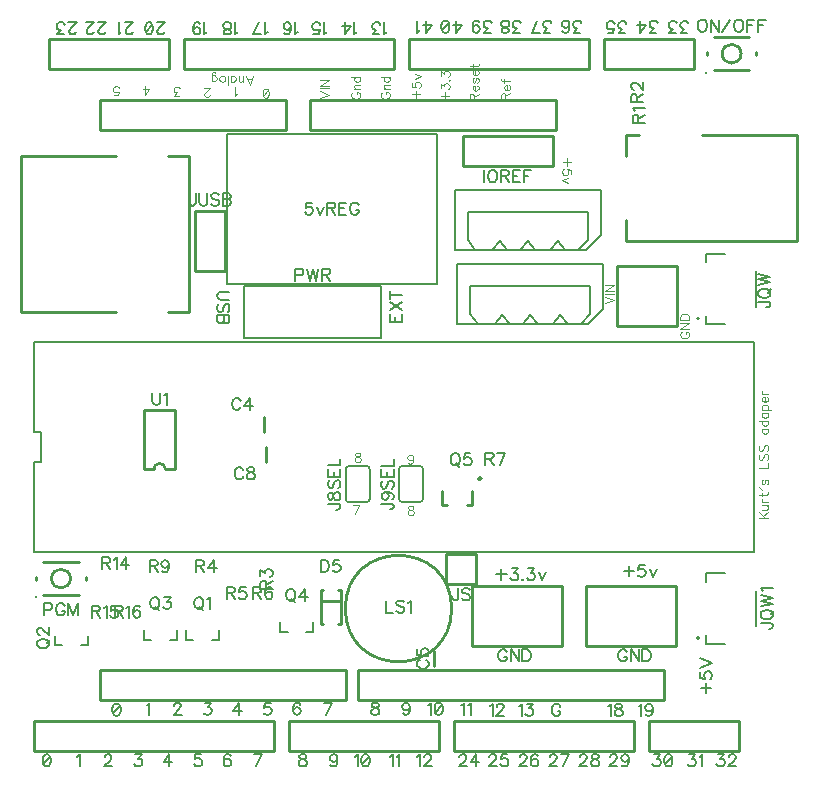
<source format=gto>
G04 DipTrace 3.3.1.3*
G04 T4LSSArduinoShield.gto*
%MOIN*%
G04 #@! TF.FileFunction,Legend,Top*
G04 #@! TF.Part,Single*
%ADD10C,0.009843*%
%ADD21C,0.008*%
%ADD36C,0.006*%
%ADD41C,0.005*%
%ADD56C,0.011811*%
%ADD131C,0.006176*%
%ADD134C,0.004632*%
%FSLAX26Y26*%
G04*
G70*
G90*
G75*
G01*
G04 TopSilk*
%LPD*%
X1210060Y1583271D2*
D10*
Y1532129D1*
X1217060Y1483271D2*
Y1432129D1*
X943700Y2843700D2*
Y2743700D1*
X1643700Y2843700D2*
X943700D1*
X1643700D2*
Y2743700D1*
X943700D1*
X493700Y2843700D2*
Y2743700D1*
X893700Y2843700D2*
X493700D1*
X893700Y2743700D2*
X493700D1*
X893700Y2843700D2*
Y2743700D1*
X443700Y568700D2*
X1243700D1*
X443700Y468700D2*
Y568700D1*
Y468700D2*
X1243700D1*
Y568700D1*
X1793700Y468700D2*
Y568700D1*
X1293700Y468700D2*
X1793700D1*
X1293700Y568700D2*
X1793700D1*
X1293700Y468700D2*
Y568700D1*
X1872830Y2418700D2*
Y2518700D1*
X2172830D1*
Y2418700D2*
Y2518700D1*
X1872830Y2418700D2*
X2172830D1*
X960172Y2453520D2*
Y1933880D1*
X400330D2*
X718432D1*
X891648D2*
X959389D1*
X400330D2*
Y2453520D1*
X718432D1*
X891648D2*
X959389D1*
X1282676Y2539763D2*
X662991D1*
Y2638188D1*
X1282676D1*
Y2539763D1*
X2182676D2*
X1362991D1*
Y2638188D1*
X2182676D1*
Y2539763D1*
X662991Y738188D2*
X1482676D1*
Y639763D1*
X662991D1*
Y738188D1*
X1522991D2*
X2542676D1*
Y639763D1*
X1522991D1*
Y738188D1*
X1843700Y468700D2*
X2443700D1*
X1843700Y568700D2*
X2443700D1*
X1843700Y468700D2*
Y568700D1*
X2443700Y468700D2*
Y568700D1*
X2493700Y468700D2*
Y568700D1*
X2793700D1*
Y468700D2*
Y568700D1*
X2493700Y468700D2*
X2793700D1*
X2293700Y2843700D2*
X1693700D1*
X2293700Y2743700D2*
X1693700D1*
X2293700Y2843700D2*
Y2743700D1*
X1693700Y2843700D2*
Y2743700D1*
X1081700Y2268700D2*
X981700D1*
X1081700Y2068700D2*
Y2268700D1*
Y2068700D2*
X981700D1*
Y2268700D1*
X1143763Y2017330D2*
D21*
Y1846070D1*
X1601637D1*
Y2017330D1*
X1143763D1*
X1035793Y839137D2*
X1059414D1*
Y870637D1*
X972804Y839137D2*
X949183D1*
Y870637D1*
X599793Y820767D2*
X623414D1*
Y852267D1*
X536804Y820767D2*
X513183D1*
Y852267D1*
X897793Y839137D2*
X921414D1*
Y870637D1*
X834804Y839137D2*
X811183D1*
Y870637D1*
X1351793Y866137D2*
X1375414D1*
Y897637D1*
X1288804Y866137D2*
X1265183D1*
Y897637D1*
X913589Y1407273D2*
D10*
Y1604127D1*
X811213Y1407273D2*
Y1604127D1*
X913589D2*
X811213D1*
X882095Y1407273D2*
X913589D1*
X842706D2*
X811213D1*
X882095D2*
G03X842706Y1407273I-19694J-9D01*
G01*
X468665Y1433723D2*
D21*
Y1533682D1*
X443700D1*
Y1833700D1*
X2843705D1*
Y1133705D1*
X443700D1*
Y1433723D1*
X468665D1*
X1562700Y1408704D2*
D36*
Y1308696D1*
X1482700Y1408704D2*
G02X1492700Y1418700I9997J-1D01*
G01*
Y1298700D2*
G02X1482700Y1308696I-3J9997D01*
G01*
X1552700Y1298700D2*
G03X1562700Y1308696I3J9997D01*
G01*
Y1408704D2*
G03X1552700Y1418700I-9997J-1D01*
G01*
X1492700D1*
X1552700Y1298700D2*
X1492700D1*
X1482700Y1308696D2*
Y1408704D1*
X1740700D2*
Y1308696D1*
X1660700Y1408704D2*
G02X1670700Y1418700I9997J-1D01*
G01*
Y1298700D2*
G02X1660700Y1308696I-3J9997D01*
G01*
X1730700Y1298700D2*
G03X1740700Y1308696I3J9997D01*
G01*
Y1408704D2*
G03X1730700Y1418700I-9997J-1D01*
G01*
X1670700D1*
X1730700Y1298700D2*
X1670700D1*
X1660700Y1308696D2*
Y1408704D1*
X2012000Y818700D2*
D10*
X2203700D1*
X1903700D2*
X2203700D1*
X1903700Y1018700D2*
X2203700D1*
X1903700Y818700D2*
Y1018700D1*
X2203700Y818700D2*
Y1018700D1*
X2392000Y818700D2*
X2583700D1*
X2283700D2*
X2583700D1*
X2283700Y1018700D2*
X2583700D1*
X2283700Y818700D2*
Y1018700D1*
X2583700Y818700D2*
Y1018700D1*
X2643700Y2843700D2*
Y2743700D1*
X2343700D1*
Y2843700D2*
Y2743700D1*
X2643700Y2843700D2*
X2343700D1*
X2849800Y1949642D2*
D21*
Y2067758D1*
X2747433Y1890583D2*
X2682475D1*
Y2097287D2*
Y2126817D1*
X2747433D1*
X2682475Y1890583D2*
Y1920113D1*
X2652882Y1910274D2*
G02X2652882Y1910274I4002J0D01*
G01*
X2849800Y884642D2*
Y1002758D1*
X2747433Y825583D2*
X2682475D1*
Y1032287D2*
Y1061817D1*
X2747433D1*
X2682475Y825583D2*
Y855113D1*
X2652882Y845274D2*
G02X2652882Y845274I4002J0D01*
G01*
X2020963Y2139700D2*
D41*
X1995954Y2167700D1*
X1970945Y2139700D1*
X1914688D1*
X1845950D1*
X2333450Y2339700D2*
X1845950D1*
Y2139700D1*
X2064691D2*
X2095940D1*
X2164678D1*
X2214695D1*
X2264713D1*
X2283433D1*
X2333450Y2189700D1*
Y2339700D1*
X2214695Y2139700D2*
X2189686Y2169700D1*
X2164678Y2139700D1*
X2114709D2*
X2089700Y2167700D1*
X2064691Y2139700D1*
X2008434D1*
X1914688D1*
X1889679Y2170960D1*
Y2264700D1*
X2289721D1*
X2289673Y2171700D1*
X2258473Y2139700D1*
X2028963Y1892700D2*
X2003954Y1920700D1*
X1978945Y1892700D1*
X1922688D1*
X1853950D1*
X2341450Y2092700D2*
X1853950D1*
Y1892700D1*
X2072691D2*
X2103940D1*
X2172678D1*
X2222695D1*
X2272713D1*
X2291433D1*
X2341450Y1942700D1*
Y2092700D1*
X2222695Y1892700D2*
X2197686Y1922700D1*
X2172678Y1892700D1*
X2122709D2*
X2097700Y1920700D1*
X2072691Y1892700D1*
X2016434D1*
X1922688D1*
X1897679Y1923960D1*
Y2017700D1*
X2297721D1*
X2297673Y1924700D1*
X2266473Y1892700D1*
X1786700Y2024700D2*
Y2524700D1*
X1086700Y2024700D2*
X1786700D1*
X1086700Y2524700D2*
X1786700D1*
X1086700Y2024700D2*
Y2524700D1*
X2385700Y1885700D2*
D10*
Y2085700D1*
X2585700Y1885700D2*
X2385700D1*
X2585700Y2085700D2*
X2385700D1*
X2585700Y1885700D2*
Y2085700D1*
X1481535Y943700D2*
G02X1481535Y943700I177165J0D01*
G01*
X1778537Y752129D2*
Y803271D1*
X1399235Y891613D2*
Y1005787D1*
X1466165Y891613D2*
Y1005787D1*
X1407133Y891613D2*
X1399235D1*
X1466165D2*
X1458267D1*
X1407133Y1005787D2*
X1399235D1*
X1466165D2*
X1458267D1*
X1466165Y968385D2*
X1399235D1*
X1917700Y1125700D2*
X1817700D1*
X1917700Y1025700D2*
Y1125700D1*
Y1025700D2*
X1817700D1*
Y1125700D1*
X1925176Y1376661D2*
G02X1925176Y1376661I4922J0D01*
G01*
X1804075Y1335322D2*
Y1290125D1*
X1904543Y1335322D2*
Y1290125D1*
X1886742D1*
X1821876D2*
X1804075D1*
X2416259Y2452996D2*
Y2523872D1*
X2987070Y2169535D2*
X2416201D1*
Y2240410D1*
Y2523872D2*
X2461458D1*
X2670152D2*
X2987070D1*
Y2169535D1*
X2737913Y2793195D2*
G02X2737913Y2793195I31496J0D01*
G01*
X2828464Y2848314D2*
X2710354D1*
X2828464Y2738077D2*
X2808779D1*
X2710354D1*
X2852086Y2787286D2*
Y2799105D1*
X2686731Y2787286D2*
Y2799105D1*
D56*
X2684763Y2730202D3*
X502204Y1043699D2*
D10*
G02X502204Y1043699I31496J0D01*
G01*
X592755Y1098818D2*
X474645D1*
X592755Y988581D2*
X573070D1*
X474645D1*
X616377Y1037790D2*
Y1049609D1*
X451023Y1037790D2*
Y1049609D1*
D56*
X449054Y980706D3*
X1133007Y1636255D2*
D131*
X1131106Y1640058D1*
X1127259Y1643905D1*
X1123457Y1645806D1*
X1115807D1*
X1111961Y1643905D1*
X1108158Y1640058D1*
X1106213Y1636255D1*
X1104311Y1630507D1*
Y1620913D1*
X1106213Y1615209D1*
X1108158Y1611362D1*
X1111961Y1607560D1*
X1115807Y1605614D1*
X1123457D1*
X1127259Y1607560D1*
X1131106Y1611362D1*
X1133007Y1615209D1*
X1164504Y1605614D2*
Y1645762D1*
X1145359Y1619011D1*
X1174055D1*
X1140980Y1405055D2*
X1139079Y1408857D1*
X1135232Y1412704D1*
X1131429Y1414605D1*
X1123780D1*
X1119933Y1412704D1*
X1116131Y1408857D1*
X1114185Y1405055D1*
X1112284Y1399307D1*
Y1389712D1*
X1114185Y1384008D1*
X1116131Y1380162D1*
X1119933Y1376359D1*
X1123780Y1374413D1*
X1131429D1*
X1135232Y1376359D1*
X1139079Y1380162D1*
X1140980Y1384008D1*
X1162882Y1414561D2*
X1157178Y1412660D1*
X1155233Y1408857D1*
Y1405011D1*
X1157178Y1401208D1*
X1160981Y1399263D1*
X1168630Y1397361D1*
X1174378Y1395460D1*
X1178181Y1391613D1*
X1180082Y1387811D1*
Y1382063D1*
X1178181Y1378260D1*
X1176279Y1376315D1*
X1170531Y1374413D1*
X1162882D1*
X1157178Y1376315D1*
X1155233Y1378260D1*
X1153331Y1382063D1*
Y1387811D1*
X1155233Y1391613D1*
X1159079Y1395460D1*
X1164783Y1397361D1*
X1172433Y1399263D1*
X1176279Y1401208D1*
X1178181Y1405011D1*
Y1408857D1*
X1176279Y1412660D1*
X1170531Y1414561D1*
X1162882D1*
X1944560Y2405133D2*
Y2364941D1*
X1968407Y2405133D2*
X1964561Y2403232D1*
X1960758Y2399385D1*
X1958813Y2395582D1*
X1956911Y2389834D1*
Y2380240D1*
X1958813Y2374536D1*
X1960758Y2370689D1*
X1964561Y2366887D1*
X1968407Y2364941D1*
X1976057D1*
X1979859Y2366887D1*
X1983706Y2370689D1*
X1985607Y2374536D1*
X1987509Y2380240D1*
Y2389834D1*
X1985607Y2395582D1*
X1983706Y2399385D1*
X1979859Y2403232D1*
X1976057Y2405133D1*
X1968407D1*
X1999860Y2385988D2*
X2017060D1*
X2022808Y2387933D1*
X2024753Y2389834D1*
X2026655Y2393637D1*
Y2397484D1*
X2024753Y2401286D1*
X2022808Y2403232D1*
X2017060Y2405133D1*
X1999860D1*
Y2364941D1*
X2013257Y2385988D2*
X2026655Y2364941D1*
X2063855Y2405133D2*
X2039006D1*
Y2364941D1*
X2063855D1*
X2039006Y2385988D2*
X2054305D1*
X2101100Y2405133D2*
X2076207D1*
Y2364941D1*
Y2385988D2*
X2091505D1*
X982554Y2327278D2*
Y2296681D1*
X980652Y2290933D1*
X978707Y2289032D1*
X974904Y2287086D1*
X971058D1*
X967255Y2289032D1*
X965354Y2290933D1*
X963408Y2296681D1*
Y2300484D1*
X994905Y2327278D2*
Y2298583D1*
X996806Y2292834D1*
X1000653Y2289032D1*
X1006401Y2287086D1*
X1010204D1*
X1015952Y2289032D1*
X1019798Y2292834D1*
X1021700Y2298583D1*
Y2327278D1*
X1060846Y2321530D2*
X1057043Y2325377D1*
X1051295Y2327278D1*
X1043646D1*
X1037898Y2325377D1*
X1034051Y2321530D1*
Y2317728D1*
X1035997Y2313881D1*
X1037898Y2311980D1*
X1041700Y2310079D1*
X1053196Y2306232D1*
X1057043Y2304331D1*
X1058944Y2302385D1*
X1060846Y2298583D1*
Y2292834D1*
X1057043Y2289032D1*
X1051295Y2287086D1*
X1043646D1*
X1037898Y2289032D1*
X1034051Y2292834D1*
X1073197Y2327278D2*
Y2287086D1*
X1090441D1*
X1096189Y2289032D1*
X1098091Y2290933D1*
X1099992Y2294736D1*
Y2300484D1*
X1098091Y2304331D1*
X1096189Y2306232D1*
X1090441Y2308133D1*
X1096189Y2310079D1*
X1098091Y2311980D1*
X1099992Y2315782D1*
Y2319629D1*
X1098091Y2323432D1*
X1096189Y2325377D1*
X1090441Y2327278D1*
X1073197D1*
Y2308133D2*
X1090441D1*
X1314409Y2054862D2*
X1331653D1*
X1337356Y2056763D1*
X1339302Y2058709D1*
X1341203Y2062511D1*
Y2068259D1*
X1339302Y2072062D1*
X1337356Y2074007D1*
X1331653Y2075908D1*
X1314409D1*
Y2035716D1*
X1353555Y2075908D2*
X1363149Y2035716D1*
X1372700Y2075908D1*
X1382251Y2035716D1*
X1391845Y2075908D1*
X1404197Y2056763D2*
X1421397D1*
X1427145Y2058709D1*
X1429090Y2060610D1*
X1430991Y2064412D1*
Y2068259D1*
X1429090Y2072062D1*
X1427145Y2074007D1*
X1421397Y2075908D1*
X1404197D1*
Y2035716D1*
X1417594Y2056763D2*
X1430991Y2035716D1*
X989501Y982365D2*
X985698Y980508D1*
X981851Y976661D1*
X979950Y972814D1*
X978005Y967066D1*
Y957516D1*
X979950Y951768D1*
X981851Y947965D1*
X985698Y944119D1*
X989501Y942217D1*
X997150D1*
X1000997Y944119D1*
X1004799Y947965D1*
X1006701Y951768D1*
X1008646Y957516D1*
Y967066D1*
X1006701Y972814D1*
X1004799Y976661D1*
X1000997Y980508D1*
X997150Y982365D1*
X989501D1*
X995249Y949867D2*
X1006701Y938371D1*
X1020997Y974672D2*
X1024844Y976617D1*
X1030592Y982321D1*
Y942173D1*
X453720Y822964D2*
X455577Y819161D1*
X459424Y815315D1*
X463271Y813413D1*
X469019Y811468D1*
X478569D1*
X484317Y813413D1*
X488120Y815315D1*
X491967Y819161D1*
X493868Y822964D1*
Y830613D1*
X491967Y834460D1*
X488120Y838262D1*
X484317Y840164D1*
X478569Y842109D1*
X469019D1*
X463271Y840164D1*
X459424Y838262D1*
X455577Y834460D1*
X453720Y830613D1*
Y822964D1*
X486219Y828712D2*
X497715Y840164D1*
X463315Y856406D2*
X461414D1*
X457567Y858307D1*
X455666Y860209D1*
X453764Y864055D1*
Y871705D1*
X455666Y875507D1*
X457567Y877408D1*
X461414Y879354D1*
X465216D1*
X469063Y877408D1*
X474767Y873606D1*
X493912Y854461D1*
Y881255D1*
X842901Y982365D2*
X839098Y980508D1*
X835251Y976661D1*
X833350Y972814D1*
X831405Y967066D1*
Y957516D1*
X833350Y951768D1*
X835251Y947965D1*
X839098Y944119D1*
X842901Y942217D1*
X850550D1*
X854397Y944119D1*
X858199Y947965D1*
X860101Y951768D1*
X862046Y957516D1*
Y967066D1*
X860101Y972814D1*
X858199Y976661D1*
X854397Y980508D1*
X850550Y982365D1*
X842901D1*
X848649Y949867D2*
X860101Y938371D1*
X878244Y982321D2*
X899247D1*
X887795Y967022D1*
X893543D1*
X897345Y965121D1*
X899247Y963220D1*
X901192Y957472D1*
Y953669D1*
X899247Y947921D1*
X895444Y944074D1*
X889696Y942173D1*
X883948D1*
X878244Y944074D1*
X876343Y946020D1*
X874398Y949822D1*
X1295950Y1009365D2*
X1292148Y1007508D1*
X1288301Y1003661D1*
X1286400Y999814D1*
X1284454Y994066D1*
Y984516D1*
X1286400Y978768D1*
X1288301Y974965D1*
X1292148Y971119D1*
X1295950Y969217D1*
X1303599D1*
X1307446Y971119D1*
X1311249Y974965D1*
X1313150Y978768D1*
X1315095Y984516D1*
Y994066D1*
X1313150Y999814D1*
X1311249Y1003661D1*
X1307446Y1007508D1*
X1303599Y1009365D1*
X1295950D1*
X1301698Y976867D2*
X1313150Y965371D1*
X1346592Y969173D2*
Y1009321D1*
X1327447Y982570D1*
X1356143D1*
X2458003Y2563330D2*
Y2580530D1*
X2456057Y2586278D1*
X2454156Y2588223D1*
X2450354Y2590124D1*
X2446507D1*
X2442704Y2588223D1*
X2440759Y2586278D1*
X2438858Y2580530D1*
Y2563330D1*
X2479050D1*
X2458003Y2576727D2*
X2479050Y2590124D1*
X2446551Y2602476D2*
X2444606Y2606322D1*
X2438902Y2612071D1*
X2479050Y2612070D1*
X2453806Y2632730D2*
Y2649930D1*
X2451861Y2655678D1*
X2449959Y2657623D1*
X2446157Y2659524D1*
X2442310D1*
X2438507Y2657623D1*
X2436562Y2655678D1*
X2434661Y2649930D1*
Y2632730D1*
X2474853D1*
X2453806Y2646127D2*
X2474853Y2659524D1*
X2444256Y2673821D2*
X2442354D1*
X2438507Y2675723D1*
X2436606Y2677624D1*
X2434705Y2681471D1*
Y2689120D1*
X2436606Y2692922D1*
X2438507Y2694824D1*
X2442354Y2696769D1*
X2446157D1*
X2450004Y2694824D1*
X2455707Y2691021D1*
X2474853Y2671876D1*
Y2698670D1*
X1217873Y1009730D2*
Y1026930D1*
X1215928Y1032678D1*
X1214027Y1034623D1*
X1210224Y1036524D1*
X1206377D1*
X1202575Y1034623D1*
X1200629Y1032678D1*
X1198728Y1026930D1*
Y1009730D1*
X1238920D1*
X1217873Y1023127D2*
X1238920Y1036524D1*
X1198772Y1052723D2*
Y1073725D1*
X1214071Y1062273D1*
Y1068021D1*
X1215972Y1071824D1*
X1217873Y1073725D1*
X1223621Y1075670D1*
X1227424D1*
X1233172Y1073725D1*
X1237019Y1069922D1*
X1238920Y1064174D1*
Y1058426D1*
X1237019Y1052722D1*
X1235073Y1050821D1*
X1231271Y1048876D1*
X984377Y1085661D2*
X1001577D1*
X1007325Y1087606D1*
X1009271Y1089507D1*
X1011172Y1093310D1*
Y1097157D1*
X1009271Y1100959D1*
X1007325Y1102905D1*
X1001577Y1104806D1*
X984377D1*
Y1064614D1*
X997775Y1085661D2*
X1011172Y1064614D1*
X1042669D2*
Y1104762D1*
X1023523Y1078011D1*
X1052219D1*
X1086730Y996125D2*
X1103930D1*
X1109678Y998071D1*
X1111623Y999972D1*
X1113524Y1003775D1*
Y1007621D1*
X1111623Y1011424D1*
X1109678Y1013369D1*
X1103930Y1015271D1*
X1086730D1*
Y975079D1*
X1100127Y996125D2*
X1113524Y975079D1*
X1148824Y1015226D2*
X1129722D1*
X1127821Y998026D1*
X1129722Y999928D1*
X1135470Y1001873D1*
X1141174D1*
X1146922Y999928D1*
X1150769Y996125D1*
X1152670Y990377D1*
Y986575D1*
X1150769Y980827D1*
X1146922Y976980D1*
X1141174Y975079D1*
X1135470D1*
X1129722Y976980D1*
X1127821Y978925D1*
X1125876Y982728D1*
X1174702Y996125D2*
X1191902D1*
X1197650Y998071D1*
X1199596Y999972D1*
X1201497Y1003775D1*
Y1007621D1*
X1199596Y1011424D1*
X1197650Y1013369D1*
X1191902Y1015271D1*
X1174702D1*
Y975079D1*
X1188100Y996125D2*
X1201497Y975079D1*
X1236796Y1009523D2*
X1234895Y1013325D1*
X1229147Y1015226D1*
X1225345D1*
X1219596Y1013325D1*
X1215750Y1007577D1*
X1213848Y998026D1*
Y988476D1*
X1215750Y980827D1*
X1219596Y976980D1*
X1225345Y975079D1*
X1227246D1*
X1232950Y976980D1*
X1236796Y980827D1*
X1238698Y986575D1*
Y988476D1*
X1236796Y994224D1*
X1232950Y998026D1*
X1227246Y999928D1*
X1225345D1*
X1219596Y998026D1*
X1215750Y994224D1*
X1213848Y988476D1*
X829279Y1085661D2*
X846479D1*
X852227Y1087606D1*
X854172Y1089507D1*
X856073Y1093310D1*
Y1097157D1*
X854172Y1100959D1*
X852227Y1102905D1*
X846479Y1104806D1*
X829279D1*
Y1064614D1*
X842676Y1085661D2*
X856073Y1064614D1*
X893318Y1091409D2*
X891373Y1085661D1*
X887570Y1081814D1*
X881822Y1079913D1*
X879921D1*
X874173Y1081814D1*
X870370Y1085661D1*
X868425Y1091409D1*
Y1093310D1*
X870370Y1099058D1*
X874173Y1102861D1*
X879921Y1104762D1*
X881822D1*
X887570Y1102861D1*
X891373Y1099058D1*
X893318Y1091409D1*
Y1081814D1*
X891373Y1072263D1*
X887570Y1066515D1*
X881822Y1064614D1*
X878020D1*
X872272Y1066515D1*
X870370Y1070362D1*
X671806Y1095661D2*
X689006D1*
X694754Y1097606D1*
X696699Y1099507D1*
X698601Y1103310D1*
Y1107157D1*
X696699Y1110959D1*
X694754Y1112905D1*
X689006Y1114806D1*
X671806D1*
Y1074614D1*
X685203Y1095661D2*
X698601Y1074614D1*
X710952Y1107113D2*
X714799Y1109058D1*
X720547Y1114762D1*
Y1074614D1*
X752044D2*
Y1114762D1*
X732898Y1088011D1*
X761594D1*
X636757Y934125D2*
X653956D1*
X659704Y936071D1*
X661650Y937972D1*
X663551Y941775D1*
Y945621D1*
X661650Y949424D1*
X659704Y951369D1*
X653956Y953271D1*
X636757D1*
Y913079D1*
X650154Y934125D2*
X663551Y913079D1*
X675903Y945577D2*
X679749Y947523D1*
X685497Y953226D1*
Y913079D1*
X720797Y953226D2*
X701696D1*
X699794Y936026D1*
X701696Y937928D1*
X707444Y939873D1*
X713147D1*
X718895Y937928D1*
X722742Y934125D1*
X724643Y928377D1*
Y924575D1*
X722742Y918827D1*
X718895Y914980D1*
X713147Y913079D1*
X707444D1*
X701696Y914980D1*
X699794Y916925D1*
X697849Y920728D1*
X712729Y934125D2*
X729929D1*
X735677Y936071D1*
X737623Y937972D1*
X739524Y941775D1*
Y945621D1*
X737623Y949424D1*
X735677Y951369D1*
X729929Y953271D1*
X712729D1*
Y913079D1*
X726127Y934125D2*
X739524Y913079D1*
X751875Y945577D2*
X755722Y947523D1*
X761470Y953226D1*
Y913079D1*
X796769Y947523D2*
X794868Y951325D1*
X789120Y953226D1*
X785318D1*
X779570Y951325D1*
X775723Y945577D1*
X773822Y936026D1*
Y926476D1*
X775723Y918827D1*
X779570Y914980D1*
X785318Y913079D1*
X787219D1*
X792923Y914980D1*
X796769Y918827D1*
X798671Y924575D1*
Y926476D1*
X796769Y932224D1*
X792923Y936026D1*
X787219Y937928D1*
X785318D1*
X779570Y936026D1*
X775723Y932224D1*
X773822Y926476D1*
X838030Y1662706D2*
Y1634010D1*
X839932Y1628262D1*
X843778Y1624459D1*
X849526Y1622514D1*
X853329D1*
X859077Y1624459D1*
X862924Y1628262D1*
X864825Y1634010D1*
Y1662706D1*
X877176Y1655012D2*
X881023Y1656958D1*
X886771Y1662661D1*
Y1622514D1*
X1424122Y1292899D2*
X1454719D1*
X1460467Y1290998D1*
X1462368Y1289052D1*
X1464314Y1285250D1*
Y1281403D1*
X1462368Y1277600D1*
X1460467Y1275699D1*
X1454719Y1273754D1*
X1450916D1*
X1424166Y1314801D2*
X1426067Y1309097D1*
X1429870Y1307152D1*
X1433716D1*
X1437519Y1309097D1*
X1439464Y1312900D1*
X1441366Y1320549D1*
X1443267Y1326297D1*
X1447114Y1330099D1*
X1450916Y1332001D1*
X1456664D1*
X1460467Y1330099D1*
X1462412Y1328198D1*
X1464314Y1322450D1*
Y1314801D1*
X1462412Y1309097D1*
X1460467Y1307151D1*
X1456664Y1305250D1*
X1450916D1*
X1447114Y1307152D1*
X1443267Y1310998D1*
X1441366Y1316702D1*
X1439464Y1324351D1*
X1437519Y1328198D1*
X1433716Y1330099D1*
X1429870D1*
X1426067Y1328198D1*
X1424166Y1322450D1*
Y1314801D1*
X1429870Y1371147D2*
X1426023Y1367344D1*
X1424122Y1361596D1*
Y1353947D1*
X1426023Y1348199D1*
X1429870Y1344352D1*
X1433672D1*
X1437519Y1346298D1*
X1439420Y1348199D1*
X1441321Y1352001D1*
X1445168Y1363497D1*
X1447069Y1367344D1*
X1449015Y1369245D1*
X1452818Y1371147D1*
X1458566D1*
X1462368Y1367344D1*
X1464314Y1361596D1*
Y1353947D1*
X1462368Y1348199D1*
X1458566Y1344352D1*
X1424122Y1408347D2*
Y1383498D1*
X1464314D1*
Y1408347D1*
X1443267Y1383498D2*
Y1398797D1*
X1424122Y1420699D2*
X1464314D1*
Y1443647D1*
X1602122Y1293827D2*
X1632719D1*
X1638467Y1291926D1*
X1640368Y1289981D1*
X1642314Y1286178D1*
Y1282331D1*
X1640368Y1278529D1*
X1638467Y1276628D1*
X1632719Y1274682D1*
X1628916D1*
X1615519Y1331072D2*
X1621267Y1329127D1*
X1625114Y1325324D1*
X1627015Y1319576D1*
Y1317675D1*
X1625114Y1311927D1*
X1621267Y1308124D1*
X1615519Y1306179D1*
X1613618D1*
X1607870Y1308124D1*
X1604067Y1311927D1*
X1602166Y1317675D1*
Y1319576D1*
X1604067Y1325324D1*
X1607870Y1329127D1*
X1615519Y1331072D1*
X1625114D1*
X1634664Y1329127D1*
X1640412Y1325324D1*
X1642314Y1319576D1*
Y1315774D1*
X1640412Y1310025D1*
X1636566Y1308124D1*
X1607870Y1370218D2*
X1604023Y1366416D1*
X1602122Y1360668D1*
Y1353018D1*
X1604023Y1347270D1*
X1607870Y1343424D1*
X1611672D1*
X1615519Y1345369D1*
X1617420Y1347270D1*
X1619321Y1351073D1*
X1623168Y1362569D1*
X1625069Y1366416D1*
X1627015Y1368317D1*
X1630818Y1370218D1*
X1636566D1*
X1640368Y1366416D1*
X1642314Y1360668D1*
Y1353018D1*
X1640368Y1347270D1*
X1636566Y1343424D1*
X1602122Y1407419D2*
Y1382570D1*
X1642314D1*
Y1407419D1*
X1621267Y1382570D2*
Y1397868D1*
X1602122Y1419770D2*
X1642314D1*
Y1442718D1*
X2857547Y1966455D2*
X2888144D1*
X2893892Y1964554D1*
X2895793Y1962609D1*
X2897739Y1958806D1*
Y1954959D1*
X2895793Y1951157D1*
X2893892Y1949255D1*
X2888144Y1947310D1*
X2884341D1*
X2857547Y1990303D2*
X2859404Y1986500D1*
X2863251Y1982653D1*
X2867097Y1980752D1*
X2872845Y1978807D1*
X2882396D1*
X2888144Y1980752D1*
X2891947Y1982653D1*
X2895793Y1986500D1*
X2897695Y1990303D1*
Y1997952D1*
X2895793Y2001799D1*
X2891947Y2005601D1*
X2888144Y2007503D1*
X2882396Y2009448D1*
X2872845D1*
X2867097Y2007503D1*
X2863251Y2005601D1*
X2859404Y2001799D1*
X2857547Y1997952D1*
Y1990303D1*
X2890045Y1996051D2*
X2901541Y2007503D1*
X2857547Y2021799D2*
X2897739Y2031394D1*
X2857547Y2040945D1*
X2897739Y2050495D1*
X2857547Y2060090D1*
X2866322Y895482D2*
X2896919D1*
X2902667Y893581D1*
X2904569Y891635D1*
X2906514Y887833D1*
Y883986D1*
X2904569Y880184D1*
X2902667Y878282D1*
X2896919Y876337D1*
X2893117D1*
X2866322Y919330D2*
X2868179Y915527D1*
X2872026Y911680D1*
X2875873Y909779D1*
X2881621Y907834D1*
X2891171D1*
X2896919Y909779D1*
X2900722Y911680D1*
X2904569Y915527D1*
X2906470Y919330D1*
Y926979D1*
X2904569Y930826D1*
X2900722Y934628D1*
X2896919Y936529D1*
X2891171Y938475D1*
X2881621D1*
X2875873Y936529D1*
X2872026Y934628D1*
X2868179Y930826D1*
X2866322Y926979D1*
Y919330D1*
X2898821Y925078D2*
X2910317Y936529D1*
X2866322Y950826D2*
X2906514Y960421D1*
X2866322Y969972D1*
X2906514Y979522D1*
X2866322Y989117D1*
X2874016Y1001468D2*
X2872070Y1005315D1*
X2866366Y1011063D1*
X2906514D1*
X1369904Y2297162D2*
X1350803D1*
X1348902Y2279962D1*
X1350803Y2281863D1*
X1356551Y2283808D1*
X1362255D1*
X1368003Y2281863D1*
X1371849Y2278060D1*
X1373751Y2272312D1*
Y2268510D1*
X1371849Y2262762D1*
X1368003Y2258915D1*
X1362255Y2257014D1*
X1356551D1*
X1350803Y2258915D1*
X1348902Y2260861D1*
X1346956Y2264663D1*
X1386102Y2283808D2*
X1397598Y2257014D1*
X1409050Y2283808D1*
X1421401Y2278060D2*
X1438601D1*
X1444349Y2280006D1*
X1446295Y2281907D1*
X1448196Y2285710D1*
Y2289556D1*
X1446295Y2293359D1*
X1444349Y2295304D1*
X1438601Y2297206D1*
X1421401D1*
Y2257014D1*
X1434799Y2278060D2*
X1448196Y2257014D1*
X1485397Y2297206D2*
X1460547D1*
Y2257014D1*
X1485397D1*
X1460547Y2278060D2*
X1475846D1*
X1526444Y2287655D2*
X1524543Y2291458D1*
X1520696Y2295304D1*
X1516893Y2297206D1*
X1509244D1*
X1505397Y2295304D1*
X1501595Y2291458D1*
X1499649Y2287655D1*
X1497748Y2281907D1*
Y2272312D1*
X1499649Y2266609D1*
X1501595Y2262762D1*
X1505397Y2258959D1*
X1509244Y2257014D1*
X1516893D1*
X1520696Y2258959D1*
X1524543Y2262762D1*
X1526444Y2266609D1*
Y2272312D1*
X1516893D1*
X1616680Y970206D2*
Y930014D1*
X1639628D1*
X1678774Y964458D2*
X1674971Y968304D1*
X1669223Y970206D1*
X1661574D1*
X1655826Y968304D1*
X1651979Y964458D1*
Y960655D1*
X1653925Y956808D1*
X1655826Y954907D1*
X1659629Y953006D1*
X1671125Y949159D1*
X1674971Y947258D1*
X1676873Y945312D1*
X1678774Y941510D1*
Y935762D1*
X1674971Y931959D1*
X1669223Y930014D1*
X1661574D1*
X1655826Y931959D1*
X1651979Y935762D1*
X1691125Y962512D2*
X1694972Y964458D1*
X1700720Y970162D1*
Y930014D1*
X1729509Y772475D2*
X1725707Y770574D1*
X1721860Y766727D1*
X1719959Y762924D1*
Y755275D1*
X1721860Y751428D1*
X1725707Y747626D1*
X1729509Y745680D1*
X1735257Y743779D1*
X1744852D1*
X1750556Y745680D1*
X1754403Y747626D1*
X1758205Y751428D1*
X1760151Y755275D1*
Y762924D1*
X1758205Y766727D1*
X1754403Y770574D1*
X1750556Y772475D1*
X1720003Y807774D2*
Y788673D1*
X1737203Y786772D1*
X1735302Y788673D1*
X1733356Y794421D1*
Y800125D1*
X1735302Y805873D1*
X1739104Y809720D1*
X1744852Y811621D1*
X1748655D1*
X1754403Y809720D1*
X1758250Y805873D1*
X1760151Y800125D1*
Y794421D1*
X1758250Y788673D1*
X1756304Y786772D1*
X1752502Y784826D1*
X1399730Y1105704D2*
Y1065512D1*
X1413127D1*
X1418875Y1067457D1*
X1422722Y1071260D1*
X1424623Y1075106D1*
X1426524Y1080810D1*
Y1090405D1*
X1424623Y1096153D1*
X1422722Y1099956D1*
X1418875Y1103802D1*
X1413127Y1105704D1*
X1399730D1*
X1461824Y1105659D2*
X1442722D1*
X1440821Y1088460D1*
X1442722Y1090361D1*
X1448470Y1092306D1*
X1454174D1*
X1459922Y1090361D1*
X1463769Y1086558D1*
X1465670Y1080810D1*
Y1077008D1*
X1463769Y1071260D1*
X1459922Y1067413D1*
X1454174Y1065512D1*
X1448470D1*
X1442722Y1067413D1*
X1440821Y1069358D1*
X1438876Y1073161D1*
X1857700Y1012133D2*
Y981536D1*
X1855798Y975788D1*
X1853853Y973887D1*
X1850050Y971941D1*
X1846204D1*
X1842401Y973887D1*
X1840500Y975788D1*
X1838554Y981536D1*
Y985338D1*
X1896846Y1006385D2*
X1893043Y1010232D1*
X1887295Y1012133D1*
X1879646D1*
X1873898Y1010232D1*
X1870051Y1006385D1*
Y1002582D1*
X1871997Y998736D1*
X1873898Y996834D1*
X1877700Y994933D1*
X1889196Y991086D1*
X1893043Y989185D1*
X1894944Y987240D1*
X1896846Y983437D1*
Y977689D1*
X1893043Y973887D1*
X1887295Y971941D1*
X1879646D1*
X1873898Y973887D1*
X1870051Y977689D1*
X1844195Y1460869D2*
X1840392Y1459012D1*
X1836545Y1455165D1*
X1834644Y1451318D1*
X1832699Y1445570D1*
Y1436020D1*
X1834644Y1430272D1*
X1836545Y1426469D1*
X1840392Y1422622D1*
X1844195Y1420721D1*
X1851844D1*
X1855691Y1422622D1*
X1859493Y1426469D1*
X1861395Y1430272D1*
X1863340Y1436020D1*
Y1445570D1*
X1861395Y1451318D1*
X1859493Y1455165D1*
X1855691Y1459012D1*
X1851844Y1460869D1*
X1844195D1*
X1849943Y1428371D2*
X1861395Y1416874D1*
X1898639Y1460825D2*
X1879538D1*
X1877637Y1443625D1*
X1879538Y1445526D1*
X1885286Y1447472D1*
X1890990D1*
X1896738Y1445526D1*
X1900585Y1441724D1*
X1902486Y1435976D1*
Y1432173D1*
X1900585Y1426425D1*
X1896738Y1422578D1*
X1890990Y1420677D1*
X1885286D1*
X1879538Y1422578D1*
X1877637Y1424524D1*
X1875691Y1428326D1*
X1948730Y1443724D2*
X1965930D1*
X1971678Y1445669D1*
X1973623Y1447570D1*
X1975524Y1451373D1*
Y1455220D1*
X1973623Y1459022D1*
X1971678Y1460968D1*
X1965930Y1462869D1*
X1948730D1*
Y1422677D1*
X1962127Y1443724D2*
X1975524Y1422677D1*
X1995525D2*
X2014670Y1462825D1*
X1987876D1*
X2667741Y2906893D2*
X2663894Y2904991D1*
X2660092Y2901145D1*
X2658146Y2897342D1*
X2656245Y2891594D1*
Y2881999D1*
X2658146Y2876295D1*
X2660092Y2872449D1*
X2663894Y2868646D1*
X2667741Y2866701D1*
X2675390D1*
X2679193Y2868646D1*
X2683040Y2872449D1*
X2684941Y2876295D1*
X2686842Y2881999D1*
Y2891594D1*
X2684941Y2897342D1*
X2683040Y2901145D1*
X2679193Y2904991D1*
X2675390Y2906893D1*
X2667741D1*
X2725988D2*
Y2866701D1*
X2699193Y2906893D1*
Y2866701D1*
X2738340D2*
X2765134Y2906848D1*
X2788982Y2906893D2*
X2785135Y2904991D1*
X2781332Y2901145D1*
X2779387Y2897342D1*
X2777486Y2891594D1*
Y2881999D1*
X2779387Y2876295D1*
X2781332Y2872449D1*
X2785135Y2868646D1*
X2788982Y2866701D1*
X2796631D1*
X2800434Y2868646D1*
X2804280Y2872449D1*
X2806182Y2876295D1*
X2808083Y2881999D1*
Y2891594D1*
X2806182Y2897342D1*
X2804280Y2901145D1*
X2800434Y2904991D1*
X2796631Y2906893D1*
X2788982D1*
X2845328D2*
X2820434D1*
Y2866701D1*
Y2887747D2*
X2835733D1*
X2882572Y2906893D2*
X2857679D1*
Y2866701D1*
Y2887747D2*
X2872978D1*
X478305Y940189D2*
X495549D1*
X501253Y942090D1*
X503198Y944036D1*
X505099Y947838D1*
Y953586D1*
X503198Y957389D1*
X501253Y959334D1*
X495549Y961235D1*
X478305D1*
Y921043D1*
X546147Y951685D2*
X544245Y955487D1*
X540399Y959334D1*
X536596Y961235D1*
X528947D1*
X525100Y959334D1*
X521298Y955487D1*
X519352Y951685D1*
X517451Y945937D1*
Y936342D1*
X519352Y930638D1*
X521298Y926791D1*
X525100Y922989D1*
X528947Y921043D1*
X536596D1*
X540399Y922989D1*
X544245Y926791D1*
X546147Y930638D1*
Y936342D1*
X536596D1*
X589095Y921043D2*
Y961235D1*
X573797Y921043D1*
X558498Y961235D1*
Y921043D1*
X716924Y626448D2*
X711176Y624547D1*
X707330Y618799D1*
X705428Y609249D1*
Y603501D1*
X707330Y593950D1*
X711176Y588202D1*
X716924Y586301D1*
X720727D1*
X726475Y588202D1*
X730277Y593950D1*
X732223Y603501D1*
Y609249D1*
X730277Y618799D1*
X726475Y624547D1*
X720727Y626448D1*
X716924D1*
X730277Y618799D2*
X707330Y593950D1*
X818928Y621799D2*
X822775Y623745D1*
X828523Y629448D1*
Y589301D1*
X910874Y619898D2*
Y621799D1*
X912775Y625646D1*
X914676Y627547D1*
X918523Y629448D1*
X926172D1*
X929975Y627547D1*
X931876Y625646D1*
X933822Y621799D1*
Y617997D1*
X931876Y614150D1*
X928074Y608446D1*
X908928Y589301D1*
X935723D1*
X1127074D2*
Y629448D1*
X1107928Y602698D1*
X1136624D1*
X1232376Y629448D2*
X1213275D1*
X1211374Y612249D1*
X1213275Y614150D1*
X1219023Y616095D1*
X1224727D1*
X1230475Y614150D1*
X1234322Y610347D1*
X1236223Y604599D1*
Y600797D1*
X1234322Y595049D1*
X1230475Y591202D1*
X1224727Y589301D1*
X1219023D1*
X1213275Y591202D1*
X1211374Y593147D1*
X1209428Y596950D1*
X1330876Y623745D2*
X1328975Y627547D1*
X1323227Y629448D1*
X1319424D1*
X1313676Y627547D1*
X1309830Y621799D1*
X1307928Y612249D1*
Y602698D1*
X1309830Y595049D1*
X1313676Y591202D1*
X1319424Y589301D1*
X1321326D1*
X1327029Y591202D1*
X1330876Y595049D1*
X1332777Y600797D1*
Y602698D1*
X1330876Y608446D1*
X1327029Y612249D1*
X1321326Y614150D1*
X1319424D1*
X1313676Y612249D1*
X1309830Y608446D1*
X1307928Y602698D1*
X1417078Y589301D2*
X1436223Y629448D1*
X1409428D1*
X1013275D2*
X1034277D1*
X1022826Y614150D1*
X1028574D1*
X1032376Y612249D1*
X1034277Y610347D1*
X1036223Y604599D1*
Y600797D1*
X1034277Y595049D1*
X1030475Y591202D1*
X1024727Y589301D1*
X1018979D1*
X1013275Y591202D1*
X1011374Y593147D1*
X1009428Y596950D1*
X1577479Y629448D2*
X1571775Y627547D1*
X1569830Y623745D1*
Y619898D1*
X1571775Y616095D1*
X1575578Y614150D1*
X1583227Y612249D1*
X1588975Y610347D1*
X1592777Y606501D1*
X1594679Y602698D1*
Y596950D1*
X1592777Y593147D1*
X1590876Y591202D1*
X1585128Y589301D1*
X1577479D1*
X1571775Y591202D1*
X1569830Y593147D1*
X1567928Y596950D1*
Y602698D1*
X1569830Y606501D1*
X1573676Y610347D1*
X1579380Y612249D1*
X1587029Y614150D1*
X1590876Y616095D1*
X1592777Y619898D1*
Y623745D1*
X1590876Y627547D1*
X1585128Y629448D1*
X1577479D1*
X1696822Y616095D2*
X1694876Y610347D1*
X1691074Y606501D1*
X1685326Y604599D1*
X1683424D1*
X1677676Y606501D1*
X1673874Y610347D1*
X1671928Y616095D1*
Y617997D1*
X1673874Y623745D1*
X1677676Y627547D1*
X1683424Y629448D1*
X1685326D1*
X1691074Y627547D1*
X1694876Y623745D1*
X1696822Y616095D1*
Y606501D1*
X1694876Y596950D1*
X1691074Y591202D1*
X1685326Y589301D1*
X1681523D1*
X1675775Y591202D1*
X1673874Y595049D1*
X1757428Y621799D2*
X1761275Y623745D1*
X1767023Y629448D1*
Y589301D1*
X1790871Y629448D2*
X1785122Y627547D1*
X1781276Y621799D1*
X1779374Y612249D1*
Y606501D1*
X1781276Y596950D1*
X1785122Y591202D1*
X1790871Y589301D1*
X1794673D1*
X1800421Y591202D1*
X1804224Y596950D1*
X1806169Y606501D1*
Y612249D1*
X1804224Y621799D1*
X1800421Y627547D1*
X1794673Y629448D1*
X1790871D1*
X1804224Y621799D2*
X1781276Y596950D1*
X1868428Y620799D2*
X1872275Y622745D1*
X1878023Y628448D1*
Y588301D1*
X1890374Y620799D2*
X1894221Y622745D1*
X1899969Y628448D1*
Y588301D1*
X1962928Y618799D2*
X1966775Y620745D1*
X1972523Y626448D1*
Y586301D1*
X1986820Y616898D2*
Y618799D1*
X1988721Y622646D1*
X1990622Y624547D1*
X1994469Y626448D1*
X2002119D1*
X2005921Y624547D1*
X2007822Y622646D1*
X2009768Y618799D1*
Y614997D1*
X2007822Y611150D1*
X2004020Y605446D1*
X1984874Y586301D1*
X2011669D1*
X2518555Y2863721D2*
X2497553D1*
X2509005Y2879019D1*
X2503257D1*
X2499454Y2880921D1*
X2497553Y2882822D1*
X2495607Y2888570D1*
Y2892372D1*
X2497553Y2898120D1*
X2501355Y2901967D1*
X2507104Y2903868D1*
X2512852D1*
X2518555Y2901967D1*
X2520457Y2900022D1*
X2522402Y2896219D1*
X2464111Y2903868D2*
Y2863721D1*
X2483256Y2890471D1*
X2454560D1*
X2414605Y2860770D2*
X2393603Y2860771D1*
X2405055Y2876069D1*
X2399307D1*
X2395504Y2877970D1*
X2393603Y2879872D1*
X2391657Y2885620D1*
Y2889422D1*
X2393603Y2895170D1*
X2397405Y2899017D1*
X2403153Y2900918D1*
X2408901D1*
X2414605Y2899017D1*
X2416506Y2897072D1*
X2418452Y2893269D1*
X2356358Y2860771D2*
X2375459D1*
X2377360Y2877970D1*
X2375459Y2876069D1*
X2369711Y2874124D1*
X2364007D1*
X2358259Y2876069D1*
X2354413Y2879872D1*
X2352511Y2885620D1*
Y2889422D1*
X2354413Y2895170D1*
X2358259Y2899017D1*
X2364007Y2900918D1*
X2369711D1*
X2375459Y2899017D1*
X2377360Y2897072D1*
X2379306Y2893269D1*
X583610Y2867101D2*
Y2865199D1*
X581709Y2861353D1*
X579808Y2859451D1*
X575961Y2857550D1*
X568312D1*
X564509Y2859451D1*
X562608Y2861353D1*
X560662Y2865199D1*
Y2869002D1*
X562608Y2872849D1*
X566410Y2878552D1*
X585556Y2897698D1*
X558761D1*
X542563Y2857550D2*
X521560D1*
X533012Y2872849D1*
X527264D1*
X523462Y2874750D1*
X521560Y2876651D1*
X519615Y2882399D1*
Y2886202D1*
X521560Y2891950D1*
X525363Y2895797D1*
X531111Y2897698D1*
X536859D1*
X542563Y2895797D1*
X544464Y2893851D1*
X546410Y2890049D1*
X2002114Y1074574D2*
Y1040130D1*
X1984914Y1057330D2*
X2019358D1*
X2035556Y1077426D2*
X2056558D1*
X2045107Y1062127D1*
X2050855D1*
X2054657Y1060226D1*
X2056558Y1058325D1*
X2058504Y1052577D1*
Y1048774D1*
X2056558Y1043026D1*
X2052756Y1039180D1*
X2047008Y1037278D1*
X2041260D1*
X2035556Y1039180D1*
X2033655Y1041125D1*
X2031709Y1044928D1*
X2072757Y1041125D2*
X2070855Y1039180D1*
X2072757Y1037278D1*
X2074702Y1039180D1*
X2072757Y1041125D1*
X2090900Y1077426D2*
X2111903D1*
X2100451Y1062127D1*
X2106199D1*
X2110001Y1060226D1*
X2111903Y1058325D1*
X2113848Y1052577D1*
Y1048774D1*
X2111903Y1043026D1*
X2108100Y1039180D1*
X2102352Y1037278D1*
X2096604D1*
X2090900Y1039180D1*
X2088999Y1041125D1*
X2087053Y1044928D1*
X2126199Y1064073D2*
X2137696Y1037278D1*
X2149147Y1064073D1*
X681610Y2867101D2*
Y2865199D1*
X679709Y2861353D1*
X677808Y2859451D1*
X673961Y2857550D1*
X666312D1*
X662509Y2859451D1*
X660608Y2861353D1*
X658662Y2865199D1*
Y2869002D1*
X660608Y2872849D1*
X664410Y2878552D1*
X683556Y2897698D1*
X656761D1*
X642464Y2867101D2*
Y2865199D1*
X640563Y2861353D1*
X638662Y2859451D1*
X634815Y2857550D1*
X627165D1*
X623363Y2859451D1*
X621462Y2861353D1*
X619516Y2865199D1*
Y2869002D1*
X621462Y2872849D1*
X625264Y2878552D1*
X644410Y2897698D1*
X617615D1*
X772610Y2867101D2*
Y2865199D1*
X770709Y2861353D1*
X768808Y2859451D1*
X764961Y2857550D1*
X757312D1*
X753509Y2859451D1*
X751608Y2861353D1*
X749662Y2865199D1*
Y2869002D1*
X751608Y2872849D1*
X755410Y2878552D1*
X774556Y2897698D1*
X747761D1*
X735410Y2865199D2*
X731563Y2863254D1*
X725815Y2857550D1*
Y2897698D1*
X877610Y2867101D2*
Y2865199D1*
X875709Y2861353D1*
X873808Y2859451D1*
X869961Y2857550D1*
X862312D1*
X858509Y2859451D1*
X856608Y2861353D1*
X854662Y2865199D1*
Y2869002D1*
X856608Y2872849D1*
X860410Y2878552D1*
X879556Y2897698D1*
X852761D1*
X828914Y2857550D2*
X834662Y2859451D1*
X838508Y2865199D1*
X840410Y2874750D1*
Y2880498D1*
X838508Y2890049D1*
X834662Y2895797D1*
X828914Y2897698D1*
X825111D1*
X819363Y2895797D1*
X815560Y2890049D1*
X813615Y2880498D1*
Y2874750D1*
X815560Y2865199D1*
X819363Y2859451D1*
X825111Y2857550D1*
X828914D1*
X815560Y2865199D2*
X838508Y2890049D1*
X1020556Y2865199D2*
X1016709Y2863254D1*
X1010961Y2857550D1*
Y2897698D1*
X973716Y2870903D2*
X975662Y2876651D1*
X979464Y2880498D1*
X985212Y2882399D1*
X987113D1*
X992861Y2880498D1*
X996664Y2876651D1*
X998609Y2870903D1*
Y2869002D1*
X996664Y2863254D1*
X992861Y2859451D1*
X987113Y2857550D1*
X985212D1*
X979464Y2859451D1*
X975662Y2863254D1*
X973716Y2870903D1*
Y2880498D1*
X975662Y2890049D1*
X979464Y2895797D1*
X985212Y2897698D1*
X989015D1*
X994763Y2895797D1*
X996664Y2891950D1*
X1123556Y2865199D2*
X1119709Y2863254D1*
X1113961Y2857550D1*
Y2897698D1*
X1092059Y2857550D2*
X1097763Y2859451D1*
X1099708Y2863254D1*
Y2867101D1*
X1097763Y2870903D1*
X1093960Y2872849D1*
X1086311Y2874750D1*
X1080563Y2876651D1*
X1076760Y2880498D1*
X1074859Y2884301D1*
Y2890049D1*
X1076760Y2893851D1*
X1078662Y2895797D1*
X1084410Y2897698D1*
X1092059D1*
X1097763Y2895797D1*
X1099708Y2893851D1*
X1101609Y2890049D1*
Y2884301D1*
X1099708Y2880498D1*
X1095861Y2876651D1*
X1090158Y2874750D1*
X1082508Y2872849D1*
X1078662Y2870903D1*
X1076760Y2867101D1*
Y2863254D1*
X1078662Y2859451D1*
X1084410Y2857550D1*
X1092059D1*
X1222556Y2865199D2*
X1218709Y2863254D1*
X1212961Y2857550D1*
Y2897698D1*
X1192960D2*
X1173815Y2857550D1*
X1200609D1*
X1322556Y2865199D2*
X1318709Y2863254D1*
X1312961Y2857550D1*
Y2897698D1*
X1277662Y2863254D2*
X1279563Y2859451D1*
X1285311Y2857550D1*
X1289113D1*
X1294861Y2859451D1*
X1298708Y2865199D1*
X1300609Y2874750D1*
Y2884301D1*
X1298708Y2891950D1*
X1294861Y2895797D1*
X1289113Y2897698D1*
X1287212D1*
X1281508Y2895797D1*
X1277662Y2891950D1*
X1275760Y2886202D1*
Y2884301D1*
X1277662Y2878552D1*
X1281508Y2874750D1*
X1287212Y2872849D1*
X1289113D1*
X1294861Y2874750D1*
X1298708Y2878552D1*
X1300609Y2884301D1*
X1419556Y2865199D2*
X1415709Y2863254D1*
X1409961Y2857550D1*
Y2897698D1*
X1374662Y2857550D2*
X1393763D1*
X1395664Y2874750D1*
X1393763Y2872849D1*
X1388015Y2870903D1*
X1382311D1*
X1376563Y2872849D1*
X1372716Y2876651D1*
X1370815Y2882399D1*
Y2886202D1*
X1372716Y2891950D1*
X1376563Y2895797D1*
X1382311Y2897698D1*
X1388015D1*
X1393763Y2895797D1*
X1395664Y2893851D1*
X1397609Y2890049D1*
X1521556Y2865199D2*
X1517709Y2863254D1*
X1511961Y2857550D1*
Y2897698D1*
X1480464D2*
Y2857550D1*
X1499609Y2884301D1*
X1470914D1*
X1620556Y2865199D2*
X1616709Y2863254D1*
X1610961Y2857550D1*
Y2897698D1*
X1594763Y2857550D2*
X1573760D1*
X1585212Y2872849D1*
X1579464D1*
X1575662Y2874750D1*
X1573760Y2876651D1*
X1571815Y2882399D1*
Y2886202D1*
X1573760Y2891950D1*
X1577563Y2895797D1*
X1583311Y2897698D1*
X1589059D1*
X1594763Y2895797D1*
X1596664Y2893851D1*
X1598609Y2890049D1*
X1751410Y2903698D2*
Y2863550D1*
X1770556Y2890300D1*
X1741860Y2890301D1*
X1729508Y2871199D2*
X1725662Y2869254D1*
X1719914Y2863550D1*
Y2903698D1*
X1850410D2*
Y2863550D1*
X1869556Y2890300D1*
X1840860Y2890301D1*
X1817012Y2863550D2*
X1822760Y2865451D1*
X1826607Y2871199D1*
X1828508Y2880750D1*
Y2886498D1*
X1826607Y2896049D1*
X1822760Y2901797D1*
X1817012Y2903698D1*
X1813210D1*
X1807462Y2901797D1*
X1803659Y2896049D1*
X1801714Y2886498D1*
Y2880750D1*
X1803659Y2871199D1*
X1807462Y2865451D1*
X1813210Y2863550D1*
X1817012D1*
X1803659Y2871199D2*
X1826607Y2896049D1*
X1965709Y2863550D2*
X1944706D1*
X1956158Y2878849D1*
X1950410D1*
X1946608Y2880750D1*
X1944706Y2882651D1*
X1942761Y2888399D1*
Y2892202D1*
X1944706Y2897950D1*
X1948509Y2901797D1*
X1954257Y2903698D1*
X1960005D1*
X1965709Y2901797D1*
X1967610Y2899851D1*
X1969556Y2896048D1*
X1905516Y2876903D2*
X1907462Y2882651D1*
X1911264Y2886498D1*
X1917012Y2888399D1*
X1918914D1*
X1924662Y2886498D1*
X1928464Y2882651D1*
X1930410Y2876903D1*
Y2875002D1*
X1928464Y2869254D1*
X1924662Y2865451D1*
X1918914Y2863550D1*
X1917012D1*
X1911264Y2865451D1*
X1907462Y2869254D1*
X1905516Y2876903D1*
Y2886498D1*
X1907462Y2896049D1*
X1911264Y2901797D1*
X1917012Y2903698D1*
X1920815D1*
X1926563Y2901797D1*
X1928464Y2897950D1*
X2062709Y2863550D2*
X2041706D1*
X2053158Y2878849D1*
X2047410D1*
X2043608Y2880750D1*
X2041706Y2882651D1*
X2039761Y2888399D1*
Y2892202D1*
X2041706Y2897950D1*
X2045509Y2901797D1*
X2051257Y2903698D1*
X2057005D1*
X2062709Y2901797D1*
X2064610Y2899851D1*
X2066556Y2896048D1*
X2017859Y2863550D2*
X2023563Y2865451D1*
X2025508Y2869254D1*
Y2873101D1*
X2023563Y2876903D1*
X2019760Y2878849D1*
X2012111Y2880750D1*
X2006363Y2882651D1*
X2002560Y2886498D1*
X2000659Y2890301D1*
Y2896049D1*
X2002560Y2899851D1*
X2004462Y2901797D1*
X2010210Y2903698D1*
X2017859D1*
X2023563Y2901797D1*
X2025508Y2899851D1*
X2027410Y2896049D1*
Y2890301D1*
X2025508Y2886498D1*
X2021662Y2882651D1*
X2015958Y2880750D1*
X2008308Y2878849D1*
X2004462Y2876903D1*
X2002560Y2873101D1*
Y2869254D1*
X2004462Y2865451D1*
X2010210Y2863550D1*
X2017859D1*
X2164709D2*
X2143706D1*
X2155158Y2878849D1*
X2149410D1*
X2145608Y2880750D1*
X2143706Y2882651D1*
X2141761Y2888399D1*
Y2892202D1*
X2143706Y2897950D1*
X2147509Y2901797D1*
X2153257Y2903698D1*
X2159005D1*
X2164709Y2901797D1*
X2166610Y2899851D1*
X2168556Y2896048D1*
X2121760Y2903698D2*
X2102615Y2863550D1*
X2129410D1*
X2263709D2*
X2242706D1*
X2254158Y2878849D1*
X2248410D1*
X2244608Y2880750D1*
X2242706Y2882651D1*
X2240761Y2888399D1*
Y2892202D1*
X2242706Y2897950D1*
X2246509Y2901797D1*
X2252257Y2903698D1*
X2258005D1*
X2263709Y2901797D1*
X2265610Y2899851D1*
X2267556Y2896048D1*
X2205462Y2869254D2*
X2207363Y2865451D1*
X2213111Y2863550D1*
X2216914D1*
X2222662Y2865451D1*
X2226508Y2871199D1*
X2228410Y2880750D1*
Y2890301D1*
X2226508Y2897950D1*
X2222662Y2901797D1*
X2216914Y2903698D1*
X2215012D1*
X2209308Y2901797D1*
X2205462Y2897950D1*
X2203560Y2892202D1*
Y2890301D1*
X2205462Y2884552D1*
X2209308Y2880750D1*
X2215012Y2878849D1*
X2216914D1*
X2222662Y2880750D1*
X2226508Y2884553D1*
X2228410Y2890301D1*
X2232437Y2431163D2*
D134*
X2206604D1*
X2219504Y2444062D2*
Y2418230D1*
X2234576Y2391755D2*
Y2406081D1*
X2221676Y2407507D1*
X2223102Y2406081D1*
X2224561Y2401770D1*
Y2397492D1*
X2223102Y2393181D1*
X2220250Y2390296D1*
X2215939Y2388870D1*
X2213087D1*
X2208776Y2390296D1*
X2205891Y2393181D1*
X2204465Y2397492D1*
Y2401770D1*
X2205891Y2406081D1*
X2207350Y2407507D1*
X2210202Y2408966D1*
X2224561Y2379606D2*
X2204465Y2370984D1*
X2224561Y2362396D1*
X1513393Y1258240D2*
X1527752Y1288351D1*
X1507656D1*
X1861824Y448332D2*
D131*
Y450233D1*
X1863725Y454080D1*
X1865626Y455982D1*
X1869473Y457883D1*
X1877122D1*
X1880925Y455982D1*
X1882826Y454080D1*
X1884772Y450233D1*
Y446431D1*
X1882826Y442584D1*
X1879024Y436880D1*
X1859878Y417735D1*
X1886673D1*
X1918170D2*
Y457883D1*
X1899024Y431132D1*
X1927720D1*
X1961395Y448332D2*
Y450233D1*
X1963296Y454080D1*
X1965197Y455982D1*
X1969044Y457883D1*
X1976693D1*
X1980496Y455982D1*
X1982397Y454080D1*
X1984343Y450233D1*
Y446431D1*
X1982397Y442584D1*
X1978595Y436880D1*
X1959449Y417735D1*
X1986244D1*
X2021543Y457883D2*
X2002442D1*
X2000541Y440683D1*
X2002442Y442584D1*
X2008190Y444530D1*
X2013894D1*
X2019642Y442584D1*
X2023489Y438782D1*
X2025390Y433034D1*
Y429231D1*
X2023489Y423483D1*
X2019642Y419636D1*
X2013894Y417735D1*
X2008190D1*
X2002442Y419636D1*
X2000541Y421582D1*
X1998595Y425384D1*
X2062617Y448332D2*
Y450233D1*
X2064518Y454080D1*
X2066419Y455982D1*
X2070266Y457883D1*
X2077915D1*
X2081718Y455982D1*
X2083619Y454080D1*
X2085564Y450233D1*
Y446431D1*
X2083619Y442584D1*
X2079816Y436880D1*
X2060671Y417735D1*
X2087466D1*
X2122765Y452179D2*
X2120864Y455982D1*
X2115116Y457883D1*
X2111313D1*
X2105565Y455982D1*
X2101718Y450233D1*
X2099817Y440683D1*
Y431132D1*
X2101718Y423483D1*
X2105565Y419636D1*
X2111313Y417735D1*
X2113214D1*
X2118918Y419636D1*
X2122765Y423483D1*
X2124666Y429231D1*
Y431132D1*
X2122765Y436880D1*
X2118918Y440683D1*
X2113214Y442584D1*
X2111313D1*
X2105565Y440683D1*
X2101718Y436880D1*
X2099817Y431132D1*
X2162644Y448332D2*
Y450233D1*
X2164545Y454080D1*
X2166447Y455982D1*
X2170293Y457883D1*
X2177943D1*
X2181745Y455982D1*
X2183647Y454080D1*
X2185592Y450233D1*
Y446431D1*
X2183647Y442584D1*
X2179844Y436880D1*
X2160699Y417735D1*
X2187493D1*
X2207494D2*
X2226639Y457883D1*
X2199845D1*
X2263479Y448332D2*
Y450233D1*
X2265380Y454080D1*
X2267281Y455982D1*
X2271128Y457883D1*
X2278777D1*
X2282580Y455982D1*
X2284481Y454080D1*
X2286427Y450233D1*
Y446431D1*
X2284481Y442584D1*
X2280679Y436880D1*
X2261533Y417735D1*
X2288328D1*
X2310230Y457883D2*
X2304526Y455982D1*
X2302581Y452179D1*
Y448332D1*
X2304526Y444530D1*
X2308329Y442584D1*
X2315978Y440683D1*
X2321726Y438782D1*
X2325529Y434935D1*
X2327430Y431132D1*
Y425384D1*
X2325529Y421582D1*
X2323627Y419636D1*
X2317879Y417735D1*
X2310230D1*
X2304526Y419636D1*
X2302581Y421582D1*
X2300679Y425384D1*
Y431132D1*
X2302581Y434935D1*
X2306427Y438782D1*
X2312131Y440683D1*
X2319780Y442584D1*
X2323627Y444530D1*
X2325529Y448332D1*
Y452179D1*
X2323627Y455982D1*
X2317879Y457883D1*
X2310230D1*
X1696819Y1285351D2*
D134*
X1692541Y1283925D1*
X1691082Y1281073D1*
Y1278188D1*
X1692541Y1275336D1*
X1695393Y1273877D1*
X1701130Y1272451D1*
X1705441Y1271025D1*
X1708293Y1268140D1*
X1709719Y1265288D1*
Y1260977D1*
X1708293Y1258125D1*
X1706867Y1256666D1*
X1702556Y1255240D1*
X1696819D1*
X1692541Y1256666D1*
X1691082Y1258125D1*
X1689656Y1260977D1*
Y1265288D1*
X1691082Y1268140D1*
X1693967Y1271025D1*
X1698245Y1272451D1*
X1703982Y1273877D1*
X1706867Y1275336D1*
X1708293Y1278188D1*
Y1281073D1*
X1706867Y1283925D1*
X1702556Y1285351D1*
X1696819D1*
X1519819Y1462351D2*
X1515541Y1460925D1*
X1514082Y1458073D1*
Y1455188D1*
X1515541Y1452336D1*
X1518393Y1450877D1*
X1524130Y1449451D1*
X1528441Y1448025D1*
X1531293Y1445140D1*
X1532719Y1442288D1*
Y1437977D1*
X1531293Y1435125D1*
X1529867Y1433666D1*
X1525556Y1432240D1*
X1519819D1*
X1515541Y1433666D1*
X1514082Y1435125D1*
X1512656Y1437977D1*
Y1442288D1*
X1514082Y1445140D1*
X1516967Y1448025D1*
X1521245Y1449451D1*
X1526982Y1450877D1*
X1529867Y1452336D1*
X1531293Y1455188D1*
Y1458073D1*
X1529867Y1460925D1*
X1525556Y1462351D1*
X1519819D1*
X1707326Y1446336D2*
X1705867Y1442025D1*
X1703015Y1439140D1*
X1698704Y1437714D1*
X1697278D1*
X1692967Y1439140D1*
X1690115Y1442025D1*
X1688656Y1446336D1*
Y1447762D1*
X1690115Y1452073D1*
X1692967Y1454925D1*
X1697278Y1456351D1*
X1698704D1*
X1703015Y1454925D1*
X1705867Y1452073D1*
X1707326Y1446336D1*
Y1439140D1*
X1705867Y1431977D1*
X1703015Y1427666D1*
X1698704Y1426240D1*
X1695852D1*
X1691541Y1427666D1*
X1690115Y1430551D1*
X2363724Y448332D2*
D131*
Y450233D1*
X2365625Y454080D1*
X2367527Y455982D1*
X2371373Y457883D1*
X2379023D1*
X2382825Y455982D1*
X2384727Y454080D1*
X2386672Y450233D1*
Y446431D1*
X2384727Y442584D1*
X2380924Y436880D1*
X2361779Y417735D1*
X2388573D1*
X2425818Y444530D2*
X2423873Y438782D1*
X2420070Y434935D1*
X2414322Y433034D1*
X2412421D1*
X2406673Y434935D1*
X2402870Y438782D1*
X2400925Y444530D1*
Y446431D1*
X2402870Y452179D1*
X2406673Y455982D1*
X2412421Y457883D1*
X2414322D1*
X2420070Y455982D1*
X2423873Y452179D1*
X2425818Y444530D1*
Y434935D1*
X2423873Y425384D1*
X2420070Y419636D1*
X2414322Y417735D1*
X2410520D1*
X2404771Y419636D1*
X2402870Y423483D1*
X2509296Y457883D2*
X2530298D1*
X2518847Y442584D1*
X2524595D1*
X2528397Y440683D1*
X2530298Y438782D1*
X2532244Y433034D1*
Y429231D1*
X2530298Y423483D1*
X2526496Y419636D1*
X2520748Y417735D1*
X2515000D1*
X2509296Y419636D1*
X2507395Y421582D1*
X2505449Y425384D1*
X2556091Y457883D2*
X2550343Y455982D1*
X2546497Y450233D1*
X2544595Y440683D1*
Y434935D1*
X2546497Y425384D1*
X2550343Y419636D1*
X2556091Y417735D1*
X2559894D1*
X2565642Y419636D1*
X2569445Y425384D1*
X2571390Y434935D1*
Y440683D1*
X2569445Y450233D1*
X2565642Y455982D1*
X2559894Y457883D1*
X2556091D1*
X2569445Y450233D2*
X2546497Y425384D1*
X2627145Y457883D2*
X2648148D1*
X2636696Y442584D1*
X2642444D1*
X2646246Y440683D1*
X2648148Y438782D1*
X2650093Y433034D1*
Y429231D1*
X2648148Y423483D1*
X2644345Y419636D1*
X2638597Y417735D1*
X2632849D1*
X2627145Y419636D1*
X2625244Y421582D1*
X2623298Y425384D1*
X2662444Y450233D2*
X2666291Y452179D1*
X2672039Y457883D1*
Y417735D1*
X2722545Y457883D2*
X2743548D1*
X2732096Y442584D1*
X2737844D1*
X2741647Y440683D1*
X2743548Y438782D1*
X2745493Y433034D1*
Y429231D1*
X2743548Y423483D1*
X2739745Y419636D1*
X2733997Y417735D1*
X2728249D1*
X2722545Y419636D1*
X2720644Y421582D1*
X2718699Y425384D1*
X2759790Y448332D2*
Y450233D1*
X2761691Y454080D1*
X2763593Y455982D1*
X2767439Y457883D1*
X2775089D1*
X2778891Y455982D1*
X2780793Y454080D1*
X2782738Y450233D1*
Y446431D1*
X2780793Y442584D1*
X2776990Y436880D1*
X2757845Y417735D1*
X2784639D1*
X2621605Y2861770D2*
X2600603Y2861771D1*
X2612055Y2877069D1*
X2606307D1*
X2602504Y2878970D1*
X2600603Y2880872D1*
X2598657Y2886620D1*
Y2890422D1*
X2600603Y2896170D1*
X2604405Y2900017D1*
X2610153Y2901918D1*
X2615901D1*
X2621605Y2900017D1*
X2623506Y2898072D1*
X2625452Y2894269D1*
X2582459Y2861771D2*
X2561457D1*
X2572909Y2877069D1*
X2567161D1*
X2563358Y2878970D1*
X2561457Y2880872D1*
X2559511Y2886620D1*
Y2890422D1*
X2561457Y2896170D1*
X2565259Y2900017D1*
X2571007Y2901918D1*
X2576755D1*
X2582459Y2900017D1*
X2584360Y2898072D1*
X2586306Y2894269D1*
X2666360Y678145D2*
X2700804D1*
X2683604Y660945D2*
Y695389D1*
X2663508Y730689D2*
Y711588D1*
X2680708Y709686D1*
X2678807Y711588D1*
X2676861Y717336D1*
Y723039D1*
X2678807Y728787D1*
X2682609Y732634D1*
X2688357Y734535D1*
X2692160D1*
X2697908Y732634D1*
X2701755Y728787D1*
X2703656Y723039D1*
Y717336D1*
X2701755Y711587D1*
X2699809Y709686D1*
X2696007Y707741D1*
X2663464Y746887D2*
X2703656Y762185D1*
X2663464Y777484D1*
X1910209Y2640395D2*
D134*
Y2653295D1*
X1908750Y2657606D1*
X1907324Y2659065D1*
X1904472Y2660491D1*
X1901587D1*
X1898735Y2659065D1*
X1897276Y2657606D1*
X1895850Y2653295D1*
Y2640395D1*
X1925994D1*
X1910209Y2650443D2*
X1925994Y2660491D1*
X1914520Y2669755D2*
Y2686966D1*
X1911635D1*
X1908750Y2685540D1*
X1907324Y2684114D1*
X1905898Y2681229D1*
Y2676918D1*
X1907324Y2674066D1*
X1910209Y2671181D1*
X1914520Y2669755D1*
X1917372D1*
X1921683Y2671181D1*
X1924535Y2674066D1*
X1925994Y2676918D1*
Y2681229D1*
X1924535Y2684114D1*
X1921683Y2686966D1*
X1910209Y2712014D2*
X1907324Y2710588D1*
X1905898Y2706277D1*
Y2701966D1*
X1907324Y2697655D1*
X1910209Y2696229D1*
X1913061Y2697655D1*
X1914520Y2700540D1*
X1915946Y2707703D1*
X1917372Y2710588D1*
X1920257Y2712014D1*
X1921683D1*
X1924535Y2710588D1*
X1925994Y2706277D1*
Y2701966D1*
X1924535Y2697655D1*
X1921683Y2696229D1*
X1914520Y2721278D2*
Y2738489D1*
X1911635D1*
X1908750Y2737063D1*
X1907324Y2735637D1*
X1905898Y2732752D1*
Y2728441D1*
X1907324Y2725589D1*
X1910209Y2722704D1*
X1914520Y2721278D1*
X1917372D1*
X1921683Y2722704D1*
X1924535Y2725589D1*
X1925994Y2728441D1*
Y2732752D1*
X1924535Y2735637D1*
X1921683Y2738489D1*
X1895850Y2752063D2*
X1920257D1*
X1924535Y2753489D1*
X1925994Y2756374D1*
Y2759226D1*
X1905898Y2747752D2*
Y2757800D1*
X1801022Y2652295D2*
X1826855D1*
X1813955Y2639395D2*
X1813956Y2665228D1*
X1798884Y2677377D2*
Y2693129D1*
X1810357Y2684540D1*
Y2688851D1*
X1811783Y2691703D1*
X1813209Y2693129D1*
X1817520Y2694588D1*
X1820372D1*
X1824683Y2693129D1*
X1827568Y2690277D1*
X1828994Y2685966D1*
Y2681655D1*
X1827568Y2677377D1*
X1826109Y2675951D1*
X1823257Y2674492D1*
X1826109Y2705277D2*
X1827568Y2703851D1*
X1828994Y2705277D1*
X1827568Y2706736D1*
X1826109Y2705277D1*
X1798883Y2718885D2*
Y2734637D1*
X1810357Y2726048D1*
Y2730359D1*
X1811783Y2733211D1*
X1813209Y2734637D1*
X1817520Y2736096D1*
X1820372D1*
X1824683Y2734637D1*
X1827568Y2731785D1*
X1828994Y2727474D1*
Y2723163D1*
X1827568Y2718885D1*
X1826109Y2717459D1*
X1823257Y2716000D1*
X1705022Y2657295D2*
X1730855D1*
X1717955Y2644395D2*
X1717956Y2670228D1*
X1702884Y2696703D2*
Y2682377D1*
X1715783Y2680951D1*
X1714357Y2682377D1*
X1712898Y2686688D1*
Y2690966D1*
X1714357Y2695277D1*
X1717209Y2698162D1*
X1721520Y2699588D1*
X1724372D1*
X1728683Y2698162D1*
X1731568Y2695277D1*
X1732994Y2690966D1*
Y2686688D1*
X1731568Y2682377D1*
X1730109Y2680951D1*
X1727257Y2679492D1*
X1712898Y2708851D2*
X1732994Y2717473D1*
X1712898Y2726062D1*
X1607013Y2664917D2*
X1604161Y2663491D1*
X1601276Y2660606D1*
X1599850Y2657754D1*
Y2652017D1*
X1601276Y2649132D1*
X1604161Y2646280D1*
X1607013Y2644821D1*
X1611324Y2643395D1*
X1618520D1*
X1622798Y2644821D1*
X1625683Y2646280D1*
X1628535Y2649132D1*
X1629994Y2652017D1*
Y2657754D1*
X1628535Y2660606D1*
X1625683Y2663491D1*
X1622798Y2664917D1*
X1618520D1*
Y2657754D1*
X1609898Y2674181D2*
X1629994D1*
X1615635D2*
X1611324Y2678492D1*
X1609898Y2681377D1*
Y2685655D1*
X1611324Y2688540D1*
X1615635Y2689966D1*
X1629994D1*
X1599850Y2716440D2*
X1629994D1*
X1614209D2*
X1611324Y2713588D1*
X1609898Y2710703D1*
Y2706392D1*
X1611324Y2703540D1*
X1614209Y2700655D1*
X1618520Y2699229D1*
X1621372D1*
X1625683Y2700655D1*
X1628535Y2703540D1*
X1629994Y2706392D1*
Y2710703D1*
X1628535Y2713588D1*
X1625683Y2716440D1*
X1508013Y2664917D2*
X1505161Y2663491D1*
X1502276Y2660606D1*
X1500850Y2657754D1*
Y2652017D1*
X1502276Y2649132D1*
X1505161Y2646280D1*
X1508013Y2644821D1*
X1512324Y2643395D1*
X1519520D1*
X1523798Y2644821D1*
X1526683Y2646280D1*
X1529535Y2649132D1*
X1530994Y2652017D1*
Y2657754D1*
X1529535Y2660606D1*
X1526683Y2663491D1*
X1523798Y2664917D1*
X1519520D1*
Y2657754D1*
X1510898Y2674181D2*
X1530994D1*
X1516635D2*
X1512324Y2678492D1*
X1510898Y2681377D1*
Y2685655D1*
X1512324Y2688540D1*
X1516635Y2689966D1*
X1530994D1*
X1500850Y2716440D2*
X1530994D1*
X1515209D2*
X1512324Y2713588D1*
X1510898Y2710703D1*
Y2706392D1*
X1512324Y2703540D1*
X1515209Y2700655D1*
X1519520Y2699229D1*
X1522372D1*
X1526683Y2700655D1*
X1529535Y2703540D1*
X1530994Y2706392D1*
Y2710703D1*
X1529535Y2713588D1*
X1526683Y2716440D1*
X1396850Y2645395D2*
X1426994Y2656869D1*
X1396850Y2668343D1*
Y2677607D2*
X1426994D1*
X1396850Y2706966D2*
X1426994D1*
X1396850Y2686870D1*
X1426994D1*
X1218156Y2646597D2*
X1222467Y2648023D1*
X1225352Y2652334D1*
X1226778Y2659497D1*
Y2663808D1*
X1225352Y2670971D1*
X1222467Y2675282D1*
X1218156Y2676708D1*
X1215304D1*
X1210993Y2675282D1*
X1208141Y2670971D1*
X1206682Y2663808D1*
Y2659497D1*
X1208141Y2652334D1*
X1210993Y2648023D1*
X1215304Y2646597D1*
X1218156D1*
X1208141Y2652334D2*
X1225352Y2670971D1*
X1121328Y2658884D2*
X1118442Y2657425D1*
X1114131Y2653147D1*
Y2683258D1*
X1028868Y2656310D2*
Y2654884D1*
X1027442Y2651999D1*
X1026017Y2650573D1*
X1023131Y2649147D1*
X1017394D1*
X1014543Y2650573D1*
X1013117Y2651999D1*
X1011658Y2654884D1*
Y2657736D1*
X1013117Y2660621D1*
X1015969Y2664899D1*
X1030328Y2679258D1*
X1010232D1*
X926442Y2653147D2*
X910691D1*
X919280Y2664621D1*
X914969D1*
X912117Y2666047D1*
X910691Y2667473D1*
X909232Y2671784D1*
Y2674636D1*
X910691Y2678947D1*
X913543Y2681832D1*
X917854Y2683258D1*
X922165D1*
X926442Y2681832D1*
X927868Y2680373D1*
X929328Y2677521D1*
X813969Y2684258D2*
Y2654147D1*
X828328Y2674210D1*
X806806D1*
X710117Y2654147D2*
X724442D1*
X725868Y2667047D1*
X724442Y2665621D1*
X720131Y2664162D1*
X715854D1*
X711543Y2665621D1*
X708658Y2668473D1*
X707232Y2672784D1*
Y2675636D1*
X708658Y2679947D1*
X711543Y2682832D1*
X715854Y2684258D1*
X720131D1*
X724442Y2682832D1*
X725868Y2681373D1*
X727328Y2678521D1*
X2015209Y2641395D2*
Y2654295D1*
X2013750Y2658606D1*
X2012324Y2660065D1*
X2009472Y2661491D1*
X2006587D1*
X2003735Y2660065D1*
X2002276Y2658606D1*
X2000850Y2654295D1*
Y2641395D1*
X2030994D1*
X2015209Y2651443D2*
X2030994Y2661491D1*
X2019520Y2670755D2*
Y2687966D1*
X2016635D1*
X2013750Y2686540D1*
X2012324Y2685114D1*
X2010898Y2682229D1*
Y2677918D1*
X2012324Y2675066D1*
X2015209Y2672181D1*
X2019520Y2670755D1*
X2022372D1*
X2026683Y2672181D1*
X2029535Y2675066D1*
X2030994Y2677918D1*
Y2682229D1*
X2029535Y2685114D1*
X2026683Y2687966D1*
X2000850Y2708703D2*
Y2705851D1*
X2002276Y2702966D1*
X2006587Y2701540D1*
X2030994D1*
X2010898Y2697229D2*
Y2707277D1*
X1150721Y2719631D2*
X1162228Y2689487D1*
X1173702Y2719631D1*
X1169391Y2709583D2*
X1155032D1*
X1141457Y2699535D2*
Y2719631D1*
Y2705272D2*
X1137146Y2700961D1*
X1134261Y2699535D1*
X1129983D1*
X1127098Y2700961D1*
X1125672Y2705272D1*
Y2719631D1*
X1099198Y2699535D2*
Y2719631D1*
Y2703846D2*
X1102050Y2700961D1*
X1104935Y2699535D1*
X1109212D1*
X1112098Y2700961D1*
X1114949Y2703846D1*
X1116409Y2708157D1*
Y2711009D1*
X1114949Y2715320D1*
X1112098Y2718172D1*
X1109212Y2719631D1*
X1104935D1*
X1102050Y2718172D1*
X1099198Y2715320D1*
X1089934Y2689487D2*
Y2719631D1*
X1073508Y2699535D2*
X1076359Y2700961D1*
X1079245Y2703846D1*
X1080671Y2708157D1*
Y2711009D1*
X1079245Y2715320D1*
X1076359Y2718172D1*
X1073508Y2719631D1*
X1069197D1*
X1066311Y2718172D1*
X1063460Y2715320D1*
X1062000Y2711009D1*
Y2708157D1*
X1063460Y2703846D1*
X1066311Y2700961D1*
X1069197Y2699535D1*
X1073508D1*
X1035526Y2700961D2*
Y2723942D1*
X1036952Y2728220D1*
X1038378Y2729679D1*
X1041263Y2731105D1*
X1045574D1*
X1048426Y2729679D1*
X1035526Y2705272D2*
X1038378Y2702420D1*
X1041263Y2700961D1*
X1045574D1*
X1048426Y2702420D1*
X1051311Y2705272D1*
X1052737Y2709583D1*
Y2712468D1*
X1051311Y2716746D1*
X1048426Y2719631D1*
X1045574Y2721057D1*
X1041263D1*
X1038378Y2719631D1*
X1035526Y2716746D1*
X2860534Y1244213D2*
X2890678D1*
X2860534Y1264309D2*
X2880630Y1244213D1*
X2873434Y1251376D2*
X2890678Y1264309D1*
X2870582Y1273572D2*
X2884941D1*
X2889219Y1274998D1*
X2890678Y1277883D1*
Y1282194D1*
X2889219Y1285046D1*
X2884941Y1289357D1*
X2870582D2*
X2890678D1*
X2870582Y1298621D2*
X2890678D1*
X2879204D2*
X2874893Y1300080D1*
X2872008Y1302932D1*
X2870582Y1305817D1*
Y1310128D1*
X2860534Y1323703D2*
X2884941D1*
X2889219Y1325128D1*
X2890678Y1328014D1*
Y1330865D1*
X2870582Y1319391D2*
Y1329439D1*
X2860567Y1347325D2*
X2869189Y1340129D1*
X2861993Y1348751D1*
X2860567Y1347325D1*
X2874893Y1373800D2*
X2872008Y1372374D1*
X2870582Y1368063D1*
Y1363752D1*
X2872008Y1359441D1*
X2874893Y1358015D1*
X2877745Y1359441D1*
X2879204Y1362326D1*
X2880630Y1369489D1*
X2882056Y1372374D1*
X2884941Y1373800D1*
X2886367D1*
X2889219Y1372374D1*
X2890678Y1368063D1*
Y1363752D1*
X2889219Y1359441D1*
X2886367Y1358015D1*
X2860534Y1412224D2*
X2890678D1*
Y1429435D1*
X2864845Y1458794D2*
X2861960Y1455942D1*
X2860534Y1451631D1*
Y1445894D1*
X2861960Y1441583D1*
X2864845Y1438698D1*
X2867697D1*
X2870582Y1440157D1*
X2872008Y1441583D1*
X2873434Y1444435D1*
X2876319Y1453057D1*
X2877745Y1455942D1*
X2879204Y1457368D1*
X2882056Y1458794D1*
X2886367D1*
X2889219Y1455942D1*
X2890678Y1451631D1*
Y1445894D1*
X2889219Y1441583D1*
X2886367Y1438698D1*
X2864845Y1488154D2*
X2861960Y1485302D1*
X2860534Y1480991D1*
Y1475254D1*
X2861960Y1470943D1*
X2864845Y1468058D1*
X2867697D1*
X2870582Y1469517D1*
X2872008Y1470943D1*
X2873434Y1473795D1*
X2876319Y1482417D1*
X2877745Y1485302D1*
X2879204Y1486728D1*
X2882056Y1488154D1*
X2886367D1*
X2889219Y1485302D1*
X2890678Y1480991D1*
Y1475254D1*
X2889219Y1470943D1*
X2886367Y1468058D1*
X2870582Y1543789D2*
X2890678D1*
X2874893D2*
X2872008Y1540937D1*
X2870582Y1538052D1*
Y1533774D1*
X2872008Y1530889D1*
X2874893Y1528037D1*
X2879204Y1526578D1*
X2882056D1*
X2886367Y1528037D1*
X2889219Y1530889D1*
X2890678Y1533774D1*
Y1538052D1*
X2889219Y1540937D1*
X2886367Y1543789D1*
X2860534Y1570263D2*
X2890678D1*
X2874893D2*
X2872008Y1567411D1*
X2870582Y1564526D1*
Y1560215D1*
X2872008Y1557363D1*
X2874893Y1554478D1*
X2879204Y1553052D1*
X2882056D1*
X2886367Y1554478D1*
X2889219Y1557363D1*
X2890678Y1560215D1*
Y1564526D1*
X2889219Y1567411D1*
X2886367Y1570263D1*
X2870582Y1596738D2*
X2890678D1*
X2874893D2*
X2872008Y1593886D1*
X2870582Y1591001D1*
Y1586723D1*
X2872008Y1583838D1*
X2874893Y1580986D1*
X2879204Y1579527D1*
X2882056D1*
X2886367Y1580986D1*
X2889219Y1583838D1*
X2890678Y1586723D1*
Y1591001D1*
X2889219Y1593886D1*
X2886367Y1596738D1*
X2870582Y1606001D2*
X2900726D1*
X2874893D2*
X2872041Y1608886D1*
X2870582Y1611738D1*
Y1616049D1*
X2872041Y1618934D1*
X2874893Y1621786D1*
X2879204Y1623245D1*
X2882089D1*
X2886367Y1621786D1*
X2889252Y1618934D1*
X2890678Y1616049D1*
Y1611738D1*
X2889252Y1608886D1*
X2886367Y1606001D1*
X2879204Y1632509D2*
Y1649720D1*
X2876319D1*
X2873434Y1648294D1*
X2872008Y1646868D1*
X2870582Y1643983D1*
Y1639672D1*
X2872008Y1636820D1*
X2874893Y1633935D1*
X2879204Y1632509D1*
X2882056D1*
X2886367Y1633935D1*
X2889219Y1636820D1*
X2890678Y1639672D1*
Y1643983D1*
X2889219Y1646868D1*
X2886367Y1649720D1*
X2870582Y1658983D2*
X2890678D1*
X2879204D2*
X2874893Y1660443D1*
X2872008Y1663294D1*
X2870582Y1666180D1*
Y1670491D1*
X1629242Y1925016D2*
D131*
Y1900167D1*
X1669434D1*
Y1925016D1*
X1648387Y1900167D2*
Y1915466D1*
X1629242Y1937368D2*
X1669434Y1964162D1*
X1629242D2*
X1669434Y1937368D1*
X1629242Y1989911D2*
X1669434D1*
X1629242Y1976514D2*
Y2003308D1*
X1095254Y1999254D2*
X1066558D1*
X1060810Y1997352D1*
X1057007Y1993506D1*
X1055062Y1987758D1*
Y1983955D1*
X1057007Y1978207D1*
X1060810Y1974360D1*
X1066558Y1972459D1*
X1095254D1*
X1089506Y1933313D2*
X1093352Y1937116D1*
X1095254Y1942864D1*
Y1950513D1*
X1093352Y1956261D1*
X1089506Y1960108D1*
X1085703D1*
X1081856Y1958162D1*
X1079955Y1956261D1*
X1078054Y1952458D1*
X1074207Y1940962D1*
X1072306Y1937116D1*
X1070360Y1935214D1*
X1066558Y1933313D1*
X1060810D1*
X1057007Y1937116D1*
X1055062Y1942864D1*
Y1950513D1*
X1057007Y1956261D1*
X1060810Y1960108D1*
X1095254Y1920962D2*
X1055062D1*
Y1903718D1*
X1057007Y1897970D1*
X1058909Y1896068D1*
X1062711Y1894167D1*
X1068459D1*
X1072306Y1896068D1*
X1074207Y1897970D1*
X1076108Y1903718D1*
X1078054Y1897970D1*
X1079955Y1896068D1*
X1083758Y1894167D1*
X1087604D1*
X1091407Y1896068D1*
X1093352Y1897970D1*
X1095254Y1903718D1*
Y1920962D1*
X1076108D2*
Y1903718D1*
X484924Y457883D2*
X479176Y455982D1*
X475330Y450233D1*
X473428Y440683D1*
Y434935D1*
X475330Y425384D1*
X479176Y419636D1*
X484924Y417735D1*
X488727D1*
X494475Y419636D1*
X498277Y425384D1*
X500223Y434935D1*
Y440683D1*
X498277Y450233D1*
X494475Y455982D1*
X488727Y457883D1*
X484924D1*
X498277Y450233D2*
X475330Y425384D1*
X586928Y450233D2*
X590775Y452179D1*
X596523Y457883D1*
Y417735D1*
X678874Y448332D2*
Y450233D1*
X680775Y454080D1*
X682676Y455982D1*
X686523Y457883D1*
X694172D1*
X697975Y455982D1*
X699876Y454080D1*
X701822Y450233D1*
Y446431D1*
X699876Y442584D1*
X696074Y436880D1*
X676928Y417735D1*
X703723D1*
X895074D2*
Y457883D1*
X875928Y431132D1*
X904624D1*
X1000376Y457883D2*
X981275D1*
X979374Y440683D1*
X981275Y442584D1*
X987023Y444530D1*
X992727D1*
X998475Y442584D1*
X1002322Y438782D1*
X1004223Y433034D1*
Y429231D1*
X1002322Y423483D1*
X998475Y419636D1*
X992727Y417735D1*
X987023D1*
X981275Y419636D1*
X979374Y421582D1*
X977428Y425384D1*
X1098876Y452179D2*
X1096975Y455982D1*
X1091227Y457883D1*
X1087424D1*
X1081676Y455982D1*
X1077830Y450233D1*
X1075928Y440683D1*
Y431132D1*
X1077830Y423483D1*
X1081676Y419636D1*
X1087424Y417735D1*
X1089326D1*
X1095029Y419636D1*
X1098876Y423483D1*
X1100777Y429231D1*
Y431132D1*
X1098876Y436880D1*
X1095029Y440683D1*
X1089326Y442584D1*
X1087424D1*
X1081676Y440683D1*
X1077830Y436880D1*
X1075928Y431132D1*
X1184078Y417735D2*
X1203223Y457883D1*
X1176428D1*
X781275D2*
X802277D1*
X790826Y442584D1*
X796574D1*
X800376Y440683D1*
X802277Y438782D1*
X804223Y433034D1*
Y429231D1*
X802277Y423483D1*
X798475Y419636D1*
X792727Y417735D1*
X786979D1*
X781275Y419636D1*
X779374Y421582D1*
X777428Y425384D1*
X1335479Y457883D2*
X1329775Y455982D1*
X1327830Y452179D1*
Y448332D1*
X1329775Y444530D1*
X1333578Y442584D1*
X1341227Y440683D1*
X1346975Y438782D1*
X1350777Y434935D1*
X1352679Y431132D1*
Y425384D1*
X1350777Y421582D1*
X1348876Y419636D1*
X1343128Y417735D1*
X1335479D1*
X1329775Y419636D1*
X1327830Y421582D1*
X1325928Y425384D1*
Y431132D1*
X1327830Y434935D1*
X1331676Y438782D1*
X1337380Y440683D1*
X1345029Y442584D1*
X1348876Y444530D1*
X1350777Y448332D1*
Y452179D1*
X1348876Y455982D1*
X1343128Y457883D1*
X1335479D1*
X1454822Y444530D2*
X1452876Y438782D1*
X1449074Y434935D1*
X1443326Y433034D1*
X1441424D1*
X1435676Y434935D1*
X1431874Y438782D1*
X1429928Y444530D1*
Y446431D1*
X1431874Y452179D1*
X1435676Y455982D1*
X1441424Y457883D1*
X1443326D1*
X1449074Y455982D1*
X1452876Y452179D1*
X1454822Y444530D1*
Y434935D1*
X1452876Y425384D1*
X1449074Y419636D1*
X1443326Y417735D1*
X1439523D1*
X1433775Y419636D1*
X1431874Y423483D1*
X1513428Y450233D2*
X1517275Y452179D1*
X1523023Y457883D1*
Y417735D1*
X1546871Y457883D2*
X1541122Y455982D1*
X1537276Y450233D1*
X1535374Y440683D1*
Y434935D1*
X1537276Y425384D1*
X1541122Y419636D1*
X1546871Y417735D1*
X1550673D1*
X1556421Y419636D1*
X1560224Y425384D1*
X1562169Y434935D1*
Y440683D1*
X1560224Y450233D1*
X1556421Y455982D1*
X1550673Y457883D1*
X1546871D1*
X1560224Y450233D2*
X1537276Y425384D1*
X1630428Y450233D2*
X1634275Y452179D1*
X1640023Y457883D1*
Y417735D1*
X1652374Y450233D2*
X1656221Y452179D1*
X1661969Y457883D1*
Y417735D1*
X1720928Y450233D2*
X1724775Y452179D1*
X1730523Y457883D1*
Y417735D1*
X1744820Y448332D2*
Y450233D1*
X1746721Y454080D1*
X1748622Y455982D1*
X1752469Y457883D1*
X1760119D1*
X1763921Y455982D1*
X1765822Y454080D1*
X1767768Y450233D1*
Y446431D1*
X1765822Y442584D1*
X1762020Y436880D1*
X1742874Y417735D1*
X1769669D1*
X2059928Y618440D2*
X2063775Y620385D1*
X2069523Y626089D1*
Y585941D1*
X2085721Y626089D2*
X2106724D1*
X2095272Y610790D1*
X2101020D1*
X2104822Y608889D1*
X2106724Y606988D1*
X2108669Y601240D1*
Y597437D1*
X2106724Y591689D1*
X2102921Y587842D1*
X2097173Y585941D1*
X2091425D1*
X2085721Y587842D1*
X2083820Y589788D1*
X2081874Y593590D1*
X2198624Y616582D2*
X2196723Y620385D1*
X2192876Y624232D1*
X2189074Y626133D1*
X2181424D1*
X2177578Y624232D1*
X2173775Y620385D1*
X2171830Y616582D1*
X2169928Y610834D1*
Y601240D1*
X2171830Y595536D1*
X2173775Y591689D1*
X2177578Y587887D1*
X2181424Y585941D1*
X2189074D1*
X2192876Y587887D1*
X2196723Y591689D1*
X2198624Y595536D1*
Y601240D1*
X2189074D1*
X2356928Y618440D2*
X2360775Y620385D1*
X2366523Y626089D1*
Y585941D1*
X2388425Y626089D2*
X2382721Y624188D1*
X2380776Y620385D1*
Y616538D1*
X2382721Y612736D1*
X2386524Y610790D1*
X2394173Y608889D1*
X2399921Y606988D1*
X2403724Y603141D1*
X2405625Y599338D1*
Y593590D1*
X2403724Y589788D1*
X2401822Y587842D1*
X2396074Y585941D1*
X2388425D1*
X2382721Y587842D1*
X2380776Y589788D1*
X2378874Y593590D1*
Y599338D1*
X2380776Y603141D1*
X2384622Y606988D1*
X2390326Y608889D1*
X2397976Y610790D1*
X2401822Y612736D1*
X2403724Y616538D1*
Y620385D1*
X2401822Y624188D1*
X2396074Y626089D1*
X2388425D1*
X2458928Y618440D2*
X2462775Y620385D1*
X2468523Y626089D1*
Y585941D1*
X2505768Y612736D2*
X2503822Y606988D1*
X2500020Y603141D1*
X2494272Y601240D1*
X2492371D1*
X2486622Y603141D1*
X2482820Y606988D1*
X2480874Y612736D1*
Y614637D1*
X2482820Y620385D1*
X2486622Y624188D1*
X2492371Y626089D1*
X2494272D1*
X2500020Y624188D1*
X2503822Y620385D1*
X2505768Y612736D1*
Y603141D1*
X2503822Y593590D1*
X2500020Y587842D1*
X2494272Y585941D1*
X2490469D1*
X2484721Y587842D1*
X2482820Y591689D1*
X2427114Y1086574D2*
Y1052130D1*
X2409914Y1069330D2*
X2444358D1*
X2479657Y1089426D2*
X2460556D1*
X2458655Y1072226D1*
X2460556Y1074127D1*
X2466304Y1076073D1*
X2472008D1*
X2477756Y1074127D1*
X2481603Y1070325D1*
X2483504Y1064577D1*
Y1060774D1*
X2481603Y1055026D1*
X2477756Y1051180D1*
X2472008Y1049278D1*
X2466304D1*
X2460556Y1051180D1*
X2458655Y1053125D1*
X2456709Y1056928D1*
X2495855Y1076073D2*
X2507351Y1049278D1*
X2518803Y1076073D1*
X2020610Y797920D2*
X2018709Y801722D1*
X2014862Y805569D1*
X2011059Y807470D1*
X2003410D1*
X1999563Y805569D1*
X1995761Y801722D1*
X1993815Y797920D1*
X1991914Y792172D1*
Y782577D1*
X1993815Y776873D1*
X1995761Y773026D1*
X1999563Y769224D1*
X2003410Y767278D1*
X2011059D1*
X2014862Y769224D1*
X2018709Y773026D1*
X2020610Y776873D1*
Y782577D1*
X2011059D1*
X2059756Y807470D2*
Y767278D1*
X2032961Y807470D1*
Y767278D1*
X2072107Y807470D2*
Y767278D1*
X2085505D1*
X2091253Y769224D1*
X2095099Y773026D1*
X2097001Y776873D1*
X2098902Y782577D1*
Y792172D1*
X2097001Y797920D1*
X2095099Y801722D1*
X2091253Y805569D1*
X2085505Y807470D1*
X2072107D1*
X2420610Y797920D2*
X2418709Y801722D1*
X2414862Y805569D1*
X2411059Y807470D1*
X2403410D1*
X2399563Y805569D1*
X2395761Y801722D1*
X2393815Y797920D1*
X2391914Y792172D1*
Y782577D1*
X2393815Y776873D1*
X2395761Y773026D1*
X2399563Y769224D1*
X2403410Y767278D1*
X2411059D1*
X2414862Y769224D1*
X2418709Y773026D1*
X2420610Y776873D1*
Y782577D1*
X2411059D1*
X2459756Y807470D2*
Y767278D1*
X2432961Y807470D1*
Y767278D1*
X2472107Y807470D2*
Y767278D1*
X2485505D1*
X2491253Y769224D1*
X2495099Y773026D1*
X2497001Y776873D1*
X2498902Y782577D1*
Y792172D1*
X2497001Y797920D1*
X2495099Y801722D1*
X2491253Y805569D1*
X2485505Y807470D1*
X2472107D1*
X2604673Y1867220D2*
D134*
X2601821Y1865794D1*
X2598936Y1862909D1*
X2597510Y1860057D1*
Y1854320D1*
X2598936Y1851435D1*
X2601821Y1848584D1*
X2604673Y1847124D1*
X2608984Y1845698D1*
X2616180D1*
X2620458Y1847124D1*
X2623343Y1848583D1*
X2626195Y1851435D1*
X2627654Y1854320D1*
Y1860057D1*
X2626195Y1862909D1*
X2623343Y1865794D1*
X2620458Y1867220D1*
X2616180D1*
Y1860057D1*
X2597510Y1896580D2*
X2627654D1*
X2597510Y1876484D1*
X2627654D1*
X2597510Y1905843D2*
X2627654D1*
Y1915891D1*
X2626195Y1920202D1*
X2623343Y1923087D1*
X2620458Y1924513D1*
X2616180Y1925939D1*
X2608984D1*
X2604673Y1924513D1*
X2601821Y1923087D1*
X2598936Y1920202D1*
X2597510Y1915891D1*
Y1905843D1*
X2346510Y1960698D2*
X2376654Y1972172D1*
X2346510Y1983646D1*
Y1992910D2*
X2376654D1*
X2346510Y2022269D2*
X2376654D1*
X2346510Y2002173D1*
X2376654D1*
M02*

</source>
